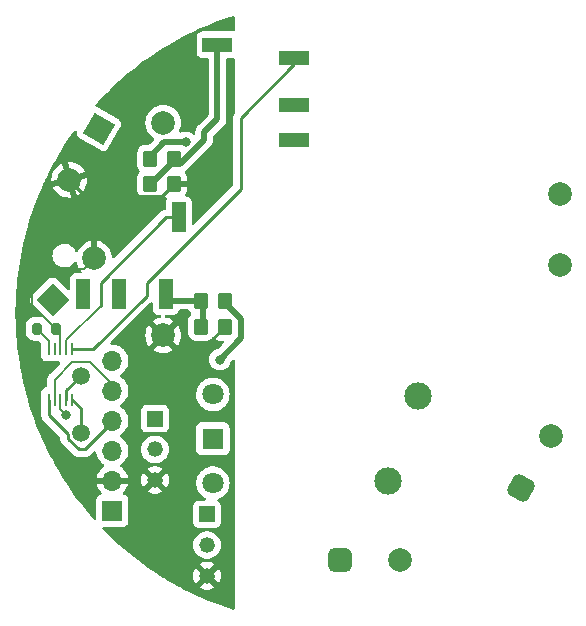
<source format=gbl>
%TF.GenerationSoftware,KiCad,Pcbnew,(7.0.0)*%
%TF.CreationDate,2023-03-27T21:21:58+02:00*%
%TF.ProjectId,220AC-mini-C3-board,32323041-432d-46d6-996e-692d43332d62,rev?*%
%TF.SameCoordinates,Original*%
%TF.FileFunction,Copper,L2,Bot*%
%TF.FilePolarity,Positive*%
%FSLAX46Y46*%
G04 Gerber Fmt 4.6, Leading zero omitted, Abs format (unit mm)*
G04 Created by KiCad (PCBNEW (7.0.0)) date 2023-03-27 21:21:58*
%MOMM*%
%LPD*%
G01*
G04 APERTURE LIST*
G04 Aperture macros list*
%AMRoundRect*
0 Rectangle with rounded corners*
0 $1 Rounding radius*
0 $2 $3 $4 $5 $6 $7 $8 $9 X,Y pos of 4 corners*
0 Add a 4 corners polygon primitive as box body*
4,1,4,$2,$3,$4,$5,$6,$7,$8,$9,$2,$3,0*
0 Add four circle primitives for the rounded corners*
1,1,$1+$1,$2,$3*
1,1,$1+$1,$4,$5*
1,1,$1+$1,$6,$7*
1,1,$1+$1,$8,$9*
0 Add four rect primitives between the rounded corners*
20,1,$1+$1,$2,$3,$4,$5,0*
20,1,$1+$1,$4,$5,$6,$7,0*
20,1,$1+$1,$6,$7,$8,$9,0*
20,1,$1+$1,$8,$9,$2,$3,0*%
%AMRotRect*
0 Rectangle, with rotation*
0 The origin of the aperture is its center*
0 $1 length*
0 $2 width*
0 $3 Rotation angle, in degrees counterclockwise*
0 Add horizontal line*
21,1,$1,$2,0,0,$3*%
G04 Aperture macros list end*
%TA.AperFunction,ComponentPad*%
%ADD10R,1.320800X1.320800*%
%TD*%
%TA.AperFunction,ComponentPad*%
%ADD11C,1.320800*%
%TD*%
%TA.AperFunction,ComponentPad*%
%ADD12RoundRect,0.500000X-0.500000X-0.500000X0.500000X-0.500000X0.500000X0.500000X-0.500000X0.500000X0*%
%TD*%
%TA.AperFunction,ComponentPad*%
%ADD13C,2.000000*%
%TD*%
%TA.AperFunction,ComponentPad*%
%ADD14RoundRect,0.500000X0.183013X-0.683013X0.683013X0.183013X-0.183013X0.683013X-0.683013X-0.183013X0*%
%TD*%
%TA.AperFunction,ComponentPad*%
%ADD15C,1.803400*%
%TD*%
%TA.AperFunction,ComponentPad*%
%ADD16R,1.803400X1.803400*%
%TD*%
%TA.AperFunction,ComponentPad*%
%ADD17C,2.311400*%
%TD*%
%TA.AperFunction,ComponentPad*%
%ADD18RotRect,2.000000X2.000000X240.000000*%
%TD*%
%TA.AperFunction,ComponentPad*%
%ADD19RotRect,2.000000X2.000000X45.000000*%
%TD*%
%TA.AperFunction,ComponentPad*%
%ADD20R,1.700000X1.700000*%
%TD*%
%TA.AperFunction,ComponentPad*%
%ADD21O,1.700000X1.700000*%
%TD*%
%TA.AperFunction,SMDPad,CuDef*%
%ADD22C,1.500000*%
%TD*%
%TA.AperFunction,SMDPad,CuDef*%
%ADD23RoundRect,0.250000X0.350000X0.450000X-0.350000X0.450000X-0.350000X-0.450000X0.350000X-0.450000X0*%
%TD*%
%TA.AperFunction,SMDPad,CuDef*%
%ADD24R,1.200000X2.500000*%
%TD*%
%TA.AperFunction,SMDPad,CuDef*%
%ADD25RoundRect,0.200000X-0.200000X-0.275000X0.200000X-0.275000X0.200000X0.275000X-0.200000X0.275000X0*%
%TD*%
%TA.AperFunction,SMDPad,CuDef*%
%ADD26RoundRect,0.250000X-0.350000X-0.450000X0.350000X-0.450000X0.350000X0.450000X-0.350000X0.450000X0*%
%TD*%
%TA.AperFunction,SMDPad,CuDef*%
%ADD27R,0.250000X1.100000*%
%TD*%
%TA.AperFunction,SMDPad,CuDef*%
%ADD28R,2.500000X1.200000*%
%TD*%
%TA.AperFunction,ViaPad*%
%ADD29C,0.800000*%
%TD*%
%TA.AperFunction,Conductor*%
%ADD30C,0.250000*%
%TD*%
%TA.AperFunction,Conductor*%
%ADD31C,0.200000*%
%TD*%
%TA.AperFunction,Conductor*%
%ADD32C,0.500000*%
%TD*%
G04 APERTURE END LIST*
D10*
%TO.P,Q1,1,C*%
%TO.N,Net-(D1-A)*%
X126413549Y-102399999D03*
D11*
%TO.P,Q1,2,B*%
%TO.N,Net-(Q1-B)*%
X126413550Y-105000000D03*
%TO.P,Q1,3,E*%
%TO.N,GND*%
X126413550Y-107600000D03*
%TD*%
D12*
%TO.P,J2,1,Pin_1*%
%TO.N,Net-(J2-Pin_1)*%
X137710000Y-106250000D03*
D13*
%TO.P,J2,2,Pin_2*%
%TO.N,Net-(J2-Pin_2)*%
X142790000Y-106250000D03*
%TD*%
D14*
%TO.P,J1,1,Pin_1*%
%TO.N,/AC (N)*%
X152960000Y-100149410D03*
D13*
%TO.P,J1,2,Pin_2*%
%TO.N,/AC (L)*%
X155500000Y-95750000D03*
%TD*%
D10*
%TO.P,Q2,1,C*%
%TO.N,Net-(D2-A)*%
X121999999Y-94299999D03*
D11*
%TO.P,Q2,2,B*%
%TO.N,Net-(Q2-B)*%
X122000000Y-96900000D03*
%TO.P,Q2,3,E*%
%TO.N,GND*%
X122000000Y-99500000D03*
%TD*%
D15*
%TO.P,K1,1*%
%TO.N,Net-(D1-A)*%
X126903500Y-99750000D03*
D16*
%TO.P,K1,2*%
%TO.N,+3V3*%
X126903499Y-95999999D03*
D15*
%TO.P,K1,3*%
%TO.N,Net-(D2-A)*%
X126903500Y-92250000D03*
D17*
%TO.P,K1,4*%
%TO.N,Net-(J2-Pin_1)*%
X144236500Y-92400000D03*
%TO.P,K1,5*%
%TO.N,Net-(J2-Pin_2)*%
X141696500Y-99600000D03*
%TD*%
D18*
%TO.P,C2,1*%
%TO.N,Net-(PS1-+Vout)*%
X117249999Y-69749999D03*
D13*
%TO.P,C2,2*%
%TO.N,GND*%
X114750000Y-74080127D03*
%TD*%
D19*
%TO.P,C1,1*%
%TO.N,+3V3*%
X113328545Y-84267766D03*
D13*
%TO.P,C1,2*%
%TO.N,GND*%
X116864080Y-80732233D03*
%TD*%
D20*
%TO.P,J4,1,Pin_1*%
%TO.N,+3V3*%
X118389199Y-102081699D03*
D21*
%TO.P,J4,2,Pin_2*%
%TO.N,GND*%
X118389199Y-99541699D03*
%TO.P,J4,3,Pin_3*%
%TO.N,/RELAIS_ON*%
X118389199Y-97001699D03*
%TO.P,J4,4,Pin_4*%
%TO.N,/SCL*%
X118389199Y-94461699D03*
%TO.P,J4,5,Pin_5*%
%TO.N,/SDA*%
X118389199Y-91921699D03*
%TO.P,J4,6,Pin_6*%
%TO.N,/RELAIS_OFF*%
X118389199Y-89381699D03*
%TD*%
D13*
%TO.P,PS1,1,AC/L*%
%TO.N,Net-(PS1-AC{slash}L)*%
X156300000Y-81250000D03*
%TO.P,PS1,2,AC/N*%
%TO.N,/AC (N)*%
X156300000Y-75250000D03*
%TO.P,PS1,3,-Vout*%
%TO.N,GND*%
X122700000Y-87250000D03*
%TO.P,PS1,4,+Vout*%
%TO.N,Net-(PS1-+Vout)*%
X122700000Y-69250000D03*
%TD*%
D22*
%TO.P,TP1,1,1*%
%TO.N,Net-(U2-AIN2)*%
X115700000Y-95550000D03*
%TD*%
D23*
%TO.P,R6,1*%
%TO.N,GND*%
X127900000Y-86500000D03*
%TO.P,R6,2*%
%TO.N,Net-(J3-PadT)*%
X125900000Y-86500000D03*
%TD*%
D24*
%TO.P,J3,R1*%
%TO.N,unconnected-(J3-PadR1)*%
X118924999Y-83749999D03*
%TO.P,J3,R2*%
%TO.N,unconnected-(J3-PadR2)*%
X115924999Y-83749999D03*
%TO.P,J3,S*%
%TO.N,Net-(U2-AIN0)*%
X124024999Y-77249999D03*
%TO.P,J3,T*%
%TO.N,Net-(J3-PadT)*%
X122924999Y-83749999D03*
%TD*%
D25*
%TO.P,R8,1*%
%TO.N,Net-(U2-ADDR)*%
X111975000Y-86700000D03*
%TO.P,R8,2*%
%TO.N,GND*%
X113625000Y-86700000D03*
%TD*%
D26*
%TO.P,R7,1*%
%TO.N,Net-(J3-PadT)*%
X125900000Y-84300000D03*
%TO.P,R7,2*%
%TO.N,+3V3*%
X127900000Y-84300000D03*
%TD*%
D27*
%TO.P,U2,1,ADDR*%
%TO.N,Net-(U2-ADDR)*%
X112999999Y-88399999D03*
%TO.P,U2,2,ALERT/RDY*%
%TO.N,unconnected-(U2-ALERT{slash}RDY-Pad2)*%
X113499999Y-88399999D03*
%TO.P,U2,3,GND*%
%TO.N,GND*%
X113999999Y-88399999D03*
%TO.P,U2,4,AIN0*%
%TO.N,Net-(U2-AIN0)*%
X114499999Y-88399999D03*
%TO.P,U2,5,AIN1*%
%TO.N,Net-(U2-AIN1)*%
X114999999Y-88399999D03*
%TO.P,U2,6,AIN2*%
%TO.N,Net-(U2-AIN2)*%
X114999999Y-92699999D03*
%TO.P,U2,7,AIN3*%
%TO.N,Net-(U2-AIN3)*%
X114499999Y-92699999D03*
%TO.P,U2,8,VDD*%
%TO.N,+3V3*%
X113999999Y-92699999D03*
%TO.P,U2,9,SDA*%
%TO.N,/SDA*%
X113499999Y-92699999D03*
%TO.P,U2,10,SCL*%
%TO.N,/SCL*%
X112999999Y-92699999D03*
%TD*%
D23*
%TO.P,R4,1*%
%TO.N,GND*%
X123600000Y-74400000D03*
%TO.P,R4,2*%
%TO.N,Net-(J6-PadS)*%
X121600000Y-74400000D03*
%TD*%
D22*
%TO.P,TP2,1,1*%
%TO.N,Net-(U2-AIN3)*%
X115700000Y-90700000D03*
%TD*%
D23*
%TO.P,R5,1*%
%TO.N,Net-(J6-PadS)*%
X123600000Y-72300000D03*
%TO.P,R5,2*%
%TO.N,+3V3*%
X121600000Y-72300000D03*
%TD*%
D28*
%TO.P,J6,R1*%
%TO.N,unconnected-(J6-PadR1)*%
X133795112Y-67724790D03*
%TO.P,J6,R2*%
%TO.N,unconnected-(J6-PadR2)*%
X133795112Y-70724790D03*
%TO.P,J6,S*%
%TO.N,Net-(J6-PadS)*%
X127295112Y-62624790D03*
%TO.P,J6,T*%
%TO.N,Net-(U2-AIN1)*%
X133795112Y-63724790D03*
%TD*%
D29*
%TO.N,+3V3*%
X114500000Y-94000000D03*
X124600000Y-70900000D03*
X127500000Y-89300000D03*
%TD*%
D30*
%TO.N,GND*%
X116094873Y-75425000D02*
X114750000Y-74080127D01*
X122575000Y-75425000D02*
X116094873Y-75425000D01*
X123600000Y-74400000D02*
X122575000Y-75425000D01*
X123700000Y-88250000D02*
X122700000Y-87250000D01*
X126150000Y-88250000D02*
X123700000Y-88250000D01*
X127900000Y-86500000D02*
X126150000Y-88250000D01*
%TO.N,/SCL*%
X113000000Y-94000000D02*
X113000000Y-92700000D01*
X114625000Y-95625000D02*
X113000000Y-94000000D01*
X114625000Y-95995280D02*
X114625000Y-95625000D01*
X118389200Y-94610800D02*
X116100000Y-96900000D01*
X118389200Y-94461700D02*
X118389200Y-94610800D01*
X116100000Y-96900000D02*
X115529720Y-96900000D01*
X115529720Y-96900000D02*
X114625000Y-95995280D01*
D31*
%TO.N,GND*%
X111614332Y-84664332D02*
X111614332Y-82885668D01*
X114000000Y-87050000D02*
X113450000Y-86500000D01*
X115996313Y-81600000D02*
X116864080Y-80732233D01*
X114000000Y-88400000D02*
X114000000Y-87050000D01*
X111614332Y-82885668D02*
X112900000Y-81600000D01*
X113450000Y-86500000D02*
X111614332Y-84664332D01*
X112900000Y-81600000D02*
X115996313Y-81600000D01*
%TO.N,+3V3*%
X114000000Y-93500000D02*
X114500000Y-94000000D01*
D32*
X121750000Y-71950000D02*
X122800000Y-70900000D01*
X129300000Y-85875000D02*
X129300000Y-87500000D01*
X121750000Y-72700000D02*
X121750000Y-71950000D01*
X127725000Y-84300000D02*
X129300000Y-85875000D01*
D31*
X114000000Y-92700000D02*
X114000000Y-93500000D01*
D32*
X122800000Y-70900000D02*
X124600000Y-70900000D01*
X129300000Y-87500000D02*
X127500000Y-89300000D01*
D31*
%TO.N,/SDA*%
X113500000Y-92700000D02*
X113500000Y-91000000D01*
X116500000Y-89500000D02*
X118389200Y-91389200D01*
X118389200Y-91389200D02*
X118389200Y-91921700D01*
X113500000Y-91000000D02*
X115000000Y-89500000D01*
X115000000Y-89500000D02*
X116500000Y-89500000D01*
%TO.N,Net-(U2-ADDR)*%
X113000000Y-88400000D02*
X113000000Y-87725000D01*
X113000000Y-87725000D02*
X111975000Y-86700000D01*
%TO.N,Net-(U2-AIN0)*%
X117400000Y-84725000D02*
X117400000Y-84600000D01*
X114500000Y-87625000D02*
X117400000Y-84725000D01*
D30*
X117400000Y-84600000D02*
X117400000Y-82775000D01*
X117400000Y-82775000D02*
X122925000Y-77250000D01*
D31*
X114500000Y-88400000D02*
X114500000Y-87625000D01*
D30*
X117400000Y-84775000D02*
X117400000Y-84600000D01*
X122925000Y-77250000D02*
X124025000Y-77250000D01*
%TO.N,Net-(U2-AIN1)*%
X133795113Y-64304887D02*
X129250000Y-68850000D01*
X116775000Y-88400000D02*
X115000000Y-88400000D01*
X121300000Y-83875000D02*
X116775000Y-88400000D01*
X129250000Y-74850000D02*
X121300000Y-82800000D01*
X129250000Y-68850000D02*
X129250000Y-74850000D01*
X121300000Y-82800000D02*
X121300000Y-83875000D01*
X133795113Y-63724791D02*
X133795113Y-64304887D01*
D32*
%TO.N,Net-(J3-PadT)*%
X123475000Y-84300000D02*
X122925000Y-83750000D01*
X126075000Y-84300000D02*
X126075000Y-86500000D01*
X126075000Y-84300000D02*
X123475000Y-84300000D01*
%TO.N,Net-(J6-PadS)*%
X121775000Y-74400000D02*
X121775000Y-74325000D01*
X121775000Y-74325000D02*
X123400000Y-72700000D01*
X124153942Y-72700000D02*
X126182885Y-70671057D01*
X126182885Y-70671057D02*
X126182885Y-70032550D01*
X126182885Y-70032550D02*
X127295113Y-68920322D01*
X123400000Y-72700000D02*
X124153942Y-72700000D01*
X127295113Y-68920322D02*
X127295113Y-62624791D01*
D30*
%TO.N,Net-(U2-AIN2)*%
X115000000Y-92700000D02*
X115700000Y-93400000D01*
X115700000Y-93400000D02*
X115700000Y-95200000D01*
%TO.N,Net-(U2-AIN3)*%
X114500000Y-91900000D02*
X115700000Y-90700000D01*
X114500000Y-92700000D02*
X114500000Y-91900000D01*
%TD*%
%TA.AperFunction,Conductor*%
%TO.N,GND*%
G36*
X128698738Y-60240061D02*
G01*
X128736457Y-60284673D01*
X128750000Y-60341502D01*
X128750000Y-61392817D01*
X128730801Y-61459671D01*
X128679056Y-61506152D01*
X128610532Y-61518095D01*
X128597101Y-61516651D01*
X128597098Y-61516650D01*
X128593751Y-61516291D01*
X125996475Y-61516291D01*
X125993128Y-61516650D01*
X125993124Y-61516651D01*
X125943745Y-61521959D01*
X125943738Y-61521960D01*
X125935912Y-61522802D01*
X125928536Y-61525552D01*
X125928532Y-61525554D01*
X125807349Y-61570753D01*
X125807343Y-61570756D01*
X125798909Y-61573902D01*
X125791701Y-61579297D01*
X125791695Y-61579301D01*
X125689063Y-61656131D01*
X125689059Y-61656134D01*
X125681852Y-61661530D01*
X125676456Y-61668737D01*
X125676453Y-61668741D01*
X125599623Y-61771373D01*
X125599619Y-61771379D01*
X125594224Y-61778587D01*
X125591078Y-61787021D01*
X125591075Y-61787027D01*
X125545876Y-61908210D01*
X125545874Y-61908214D01*
X125543124Y-61915590D01*
X125542282Y-61923416D01*
X125542281Y-61923423D01*
X125536973Y-61972802D01*
X125536613Y-61976153D01*
X125536613Y-63273429D01*
X125536972Y-63276776D01*
X125536973Y-63276779D01*
X125542281Y-63326158D01*
X125542282Y-63326164D01*
X125543124Y-63333992D01*
X125545875Y-63341369D01*
X125545876Y-63341371D01*
X125591075Y-63462554D01*
X125591077Y-63462557D01*
X125594224Y-63470995D01*
X125599621Y-63478205D01*
X125599623Y-63478208D01*
X125676453Y-63580840D01*
X125681852Y-63588052D01*
X125798909Y-63675680D01*
X125935912Y-63726780D01*
X125996475Y-63733291D01*
X126410613Y-63733291D01*
X126473613Y-63750172D01*
X126519732Y-63796291D01*
X126536613Y-63859291D01*
X126536613Y-68553950D01*
X126527022Y-68602168D01*
X126499708Y-68643046D01*
X125692106Y-69450646D01*
X125678258Y-69462614D01*
X125668112Y-69470168D01*
X125658827Y-69477081D01*
X125654114Y-69482697D01*
X125654105Y-69482706D01*
X125626656Y-69515418D01*
X125619255Y-69523497D01*
X125617907Y-69524845D01*
X125617893Y-69524860D01*
X125615305Y-69527449D01*
X125613034Y-69530320D01*
X125613025Y-69530331D01*
X125595882Y-69552010D01*
X125593573Y-69554844D01*
X125549570Y-69607286D01*
X125549562Y-69607296D01*
X125544853Y-69612910D01*
X125541561Y-69619461D01*
X125539694Y-69622302D01*
X125539452Y-69622637D01*
X125539246Y-69623006D01*
X125537467Y-69625889D01*
X125532918Y-69631644D01*
X125529818Y-69638290D01*
X125529817Y-69638293D01*
X125500888Y-69700330D01*
X125499293Y-69703624D01*
X125468569Y-69764803D01*
X125468566Y-69764809D01*
X125465276Y-69771362D01*
X125463585Y-69778494D01*
X125462428Y-69781674D01*
X125462263Y-69782072D01*
X125462151Y-69782467D01*
X125461079Y-69785700D01*
X125457982Y-69792344D01*
X125456498Y-69799526D01*
X125456496Y-69799535D01*
X125442644Y-69866614D01*
X125441852Y-69870187D01*
X125426077Y-69936750D01*
X125426075Y-69936759D01*
X125424385Y-69943894D01*
X125424385Y-69951230D01*
X125423995Y-69954567D01*
X125423923Y-69955013D01*
X125423905Y-69955426D01*
X125423608Y-69958811D01*
X125422126Y-69965992D01*
X125422339Y-69973318D01*
X125422339Y-69973321D01*
X125424332Y-70041808D01*
X125424385Y-70045473D01*
X125424385Y-70130968D01*
X125411244Y-70186993D01*
X125374563Y-70231332D01*
X125321992Y-70254737D01*
X125264498Y-70252326D01*
X125214672Y-70224931D01*
X125211253Y-70221134D01*
X125056752Y-70108882D01*
X124882288Y-70031206D01*
X124875835Y-70029834D01*
X124875831Y-70029833D01*
X124701943Y-69992872D01*
X124701940Y-69992871D01*
X124695487Y-69991500D01*
X124504513Y-69991500D01*
X124498060Y-69992871D01*
X124498056Y-69992872D01*
X124324168Y-70029833D01*
X124324161Y-70029835D01*
X124317712Y-70031206D01*
X124311687Y-70033888D01*
X124311676Y-70033892D01*
X124227959Y-70071165D01*
X124169457Y-70081849D01*
X124112571Y-70064511D01*
X124069973Y-70023014D01*
X124051153Y-69966601D01*
X124060301Y-69907844D01*
X124139105Y-69717594D01*
X124194535Y-69486711D01*
X124213165Y-69250000D01*
X124194535Y-69013289D01*
X124139105Y-68782406D01*
X124048240Y-68563037D01*
X123924176Y-68360584D01*
X123769969Y-68180031D01*
X123661750Y-68087603D01*
X123593175Y-68029034D01*
X123593171Y-68029031D01*
X123589416Y-68025824D01*
X123386963Y-67901760D01*
X123167594Y-67810895D01*
X123162786Y-67809740D01*
X123162781Y-67809739D01*
X122941523Y-67756620D01*
X122941519Y-67756619D01*
X122936711Y-67755465D01*
X122931785Y-67755077D01*
X122931777Y-67755076D01*
X122704930Y-67737223D01*
X122700000Y-67736835D01*
X122695070Y-67737223D01*
X122468222Y-67755076D01*
X122468212Y-67755077D01*
X122463289Y-67755465D01*
X122458482Y-67756619D01*
X122458476Y-67756620D01*
X122237218Y-67809739D01*
X122237209Y-67809741D01*
X122232406Y-67810895D01*
X122227838Y-67812786D01*
X122227832Y-67812789D01*
X122017611Y-67899865D01*
X122017606Y-67899867D01*
X122013037Y-67901760D01*
X122008817Y-67904345D01*
X122008817Y-67904346D01*
X121814798Y-68023241D01*
X121814792Y-68023245D01*
X121810584Y-68025824D01*
X121806834Y-68029026D01*
X121806824Y-68029034D01*
X121633786Y-68176823D01*
X121633779Y-68176829D01*
X121630031Y-68180031D01*
X121626829Y-68183779D01*
X121626823Y-68183786D01*
X121479034Y-68356824D01*
X121479026Y-68356834D01*
X121475824Y-68360584D01*
X121473245Y-68364792D01*
X121473241Y-68364798D01*
X121389705Y-68501117D01*
X121351760Y-68563037D01*
X121349867Y-68567606D01*
X121349865Y-68567611D01*
X121262789Y-68777832D01*
X121262786Y-68777838D01*
X121260895Y-68782406D01*
X121259741Y-68787209D01*
X121259739Y-68787218D01*
X121209062Y-68998306D01*
X121205465Y-69013289D01*
X121205077Y-69018212D01*
X121205076Y-69018222D01*
X121193080Y-69170650D01*
X121186835Y-69250000D01*
X121187223Y-69254930D01*
X121205076Y-69481777D01*
X121205077Y-69481785D01*
X121205465Y-69486711D01*
X121206619Y-69491519D01*
X121206620Y-69491523D01*
X121259739Y-69712781D01*
X121259740Y-69712786D01*
X121260895Y-69717594D01*
X121262788Y-69722164D01*
X121262789Y-69722167D01*
X121287602Y-69782072D01*
X121351760Y-69936963D01*
X121475824Y-70139416D01*
X121479031Y-70143171D01*
X121479034Y-70143175D01*
X121576480Y-70257269D01*
X121630031Y-70319969D01*
X121810584Y-70474176D01*
X121814797Y-70476758D01*
X121814803Y-70476762D01*
X121886705Y-70520823D01*
X121926990Y-70560324D01*
X121945998Y-70613446D01*
X121939917Y-70669537D01*
X121909966Y-70717351D01*
X121572722Y-71054595D01*
X121531845Y-71081909D01*
X121483627Y-71091500D01*
X121202661Y-71091500D01*
X121202641Y-71091500D01*
X121199456Y-71091501D01*
X121196279Y-71091825D01*
X121196270Y-71091826D01*
X121102411Y-71101414D01*
X121102405Y-71101415D01*
X121095574Y-71102113D01*
X121089058Y-71104271D01*
X121089049Y-71104274D01*
X120934225Y-71155577D01*
X120934219Y-71155579D01*
X120927262Y-71157885D01*
X120921026Y-71161730D01*
X120921018Y-71161735D01*
X120782595Y-71247116D01*
X120782590Y-71247119D01*
X120776348Y-71250970D01*
X120771158Y-71256159D01*
X120771154Y-71256163D01*
X120656163Y-71371154D01*
X120656159Y-71371158D01*
X120650970Y-71376348D01*
X120647119Y-71382590D01*
X120647116Y-71382595D01*
X120561735Y-71521018D01*
X120561730Y-71521026D01*
X120557885Y-71527262D01*
X120555579Y-71534219D01*
X120555577Y-71534225D01*
X120523971Y-71629609D01*
X120502113Y-71695574D01*
X120491500Y-71799455D01*
X120491500Y-71802659D01*
X120491500Y-71802660D01*
X120491500Y-72797338D01*
X120491500Y-72797357D01*
X120491501Y-72800544D01*
X120491825Y-72803721D01*
X120491826Y-72803729D01*
X120497530Y-72859569D01*
X120502113Y-72904426D01*
X120504272Y-72910943D01*
X120504274Y-72910950D01*
X120536203Y-73007305D01*
X120557885Y-73072738D01*
X120561732Y-73078976D01*
X120561735Y-73078981D01*
X120628513Y-73187244D01*
X120650970Y-73223652D01*
X120656163Y-73228845D01*
X120688223Y-73260905D01*
X120720835Y-73317389D01*
X120720835Y-73382611D01*
X120688223Y-73439095D01*
X120656163Y-73471154D01*
X120656159Y-73471158D01*
X120650970Y-73476348D01*
X120647119Y-73482590D01*
X120647116Y-73482595D01*
X120561735Y-73621018D01*
X120561730Y-73621026D01*
X120557885Y-73627262D01*
X120555579Y-73634219D01*
X120555577Y-73634225D01*
X120504275Y-73789048D01*
X120502113Y-73795574D01*
X120501414Y-73802408D01*
X120501414Y-73802412D01*
X120491825Y-73896270D01*
X120491500Y-73899455D01*
X120491500Y-73902659D01*
X120491500Y-73902660D01*
X120491500Y-74897338D01*
X120491500Y-74897357D01*
X120491501Y-74900544D01*
X120491825Y-74903721D01*
X120491826Y-74903729D01*
X120499475Y-74978610D01*
X120502113Y-75004426D01*
X120504272Y-75010943D01*
X120504274Y-75010950D01*
X120555577Y-75165774D01*
X120557885Y-75172738D01*
X120561732Y-75178976D01*
X120561735Y-75178981D01*
X120647116Y-75317404D01*
X120650970Y-75323652D01*
X120776348Y-75449030D01*
X120782596Y-75452883D01*
X120782595Y-75452883D01*
X120921018Y-75538264D01*
X120921020Y-75538265D01*
X120927262Y-75542115D01*
X121095574Y-75597887D01*
X121199455Y-75608500D01*
X122000544Y-75608499D01*
X122104426Y-75597887D01*
X122272738Y-75542115D01*
X122423652Y-75449030D01*
X122511259Y-75361422D01*
X122567743Y-75328811D01*
X122632965Y-75328811D01*
X122689449Y-75361423D01*
X122771467Y-75443441D01*
X122782908Y-75452488D01*
X122921227Y-75537804D01*
X122939715Y-75546425D01*
X122983627Y-75580396D01*
X123008675Y-75629943D01*
X123009997Y-75685445D01*
X122987337Y-75736128D01*
X122979510Y-75746583D01*
X122979508Y-75746585D01*
X122974111Y-75753796D01*
X122970965Y-75762230D01*
X122970962Y-75762236D01*
X122925763Y-75883419D01*
X122925761Y-75883423D01*
X122923011Y-75890799D01*
X122922169Y-75898625D01*
X122922168Y-75898632D01*
X122916860Y-75948011D01*
X122916500Y-75951362D01*
X122916500Y-75954731D01*
X122916500Y-76498243D01*
X122902760Y-76555460D01*
X122864535Y-76600198D01*
X122824377Y-76616816D01*
X122825107Y-76619327D01*
X122805648Y-76624979D01*
X122786303Y-76628985D01*
X122774072Y-76630530D01*
X122774059Y-76630533D01*
X122766203Y-76631526D01*
X122758839Y-76634441D01*
X122758829Y-76634444D01*
X122725092Y-76647802D01*
X122713865Y-76651646D01*
X122679018Y-76661770D01*
X122679013Y-76661772D01*
X122671407Y-76663982D01*
X122664590Y-76668012D01*
X122664581Y-76668017D01*
X122653960Y-76674298D01*
X122636221Y-76682989D01*
X122624749Y-76687531D01*
X122624746Y-76687532D01*
X122617383Y-76690448D01*
X122610976Y-76695102D01*
X122610972Y-76695105D01*
X122581611Y-76716437D01*
X122571693Y-76722951D01*
X122540465Y-76741419D01*
X122540457Y-76741425D01*
X122533638Y-76745458D01*
X122528036Y-76751058D01*
X122528029Y-76751065D01*
X122519308Y-76759786D01*
X122504287Y-76772615D01*
X122494307Y-76779866D01*
X122494298Y-76779873D01*
X122487893Y-76784528D01*
X122482845Y-76790628D01*
X122482836Y-76790638D01*
X122459700Y-76818604D01*
X122451713Y-76827381D01*
X118582417Y-80696676D01*
X118520325Y-80730654D01*
X118449711Y-80725793D01*
X118392859Y-80683628D01*
X118367710Y-80617466D01*
X118358508Y-80500534D01*
X118356964Y-80490787D01*
X118303863Y-80269606D01*
X118300813Y-80260220D01*
X118213766Y-80050070D01*
X118209285Y-80041275D01*
X118090437Y-79847333D01*
X118084637Y-79839350D01*
X117936901Y-79666374D01*
X117929938Y-79659411D01*
X117756962Y-79511675D01*
X117748979Y-79505875D01*
X117555037Y-79387027D01*
X117546242Y-79382546D01*
X117336087Y-79295497D01*
X117326713Y-79292451D01*
X117131969Y-79245696D01*
X117120621Y-79245585D01*
X117118080Y-79256647D01*
X117118080Y-80860233D01*
X117101199Y-80923233D01*
X117055080Y-80969352D01*
X116992080Y-80986233D01*
X116736080Y-80986233D01*
X116673080Y-80969352D01*
X116626961Y-80923233D01*
X116610080Y-80860233D01*
X116610080Y-79256647D01*
X116607538Y-79245585D01*
X116596190Y-79245696D01*
X116401446Y-79292451D01*
X116392072Y-79295497D01*
X116181917Y-79382546D01*
X116173122Y-79387027D01*
X115979180Y-79505875D01*
X115971197Y-79511675D01*
X115798221Y-79659411D01*
X115791258Y-79666374D01*
X115643522Y-79839350D01*
X115637722Y-79847333D01*
X115518874Y-80041275D01*
X115514393Y-80050070D01*
X115484722Y-80121702D01*
X115449413Y-80169915D01*
X115395861Y-80196436D01*
X115336113Y-80195300D01*
X115283608Y-80166763D01*
X115250156Y-80117244D01*
X115230106Y-80063108D01*
X115227886Y-80057113D01*
X115120252Y-79884429D01*
X114980059Y-79736947D01*
X114813049Y-79620705D01*
X114807175Y-79618184D01*
X114807171Y-79618182D01*
X114631938Y-79542983D01*
X114631935Y-79542982D01*
X114626058Y-79540460D01*
X114619797Y-79539173D01*
X114619793Y-79539172D01*
X114433002Y-79500786D01*
X114432995Y-79500785D01*
X114426741Y-79499500D01*
X114274258Y-79499500D01*
X114271085Y-79499822D01*
X114271078Y-79499823D01*
X114128915Y-79514279D01*
X114128905Y-79514280D01*
X114122562Y-79514926D01*
X114116477Y-79516835D01*
X114116468Y-79516837D01*
X113934503Y-79573929D01*
X113934494Y-79573932D01*
X113928412Y-79575841D01*
X113922835Y-79578936D01*
X113922829Y-79578939D01*
X113756079Y-79671492D01*
X113756069Y-79671498D01*
X113750498Y-79674591D01*
X113745653Y-79678750D01*
X113745652Y-79678751D01*
X113600956Y-79802968D01*
X113600948Y-79802976D01*
X113596105Y-79807134D01*
X113592196Y-79812182D01*
X113592191Y-79812189D01*
X113475465Y-79962986D01*
X113475462Y-79962990D01*
X113471552Y-79968042D01*
X113468740Y-79973774D01*
X113468736Y-79973781D01*
X113384753Y-80144992D01*
X113384749Y-80145001D01*
X113381940Y-80150729D01*
X113380339Y-80156910D01*
X113380339Y-80156912D01*
X113351161Y-80269606D01*
X113330937Y-80347715D01*
X113330613Y-80354087D01*
X113330613Y-80354093D01*
X113320954Y-80544555D01*
X113320954Y-80544560D01*
X113320631Y-80550936D01*
X113321597Y-80557247D01*
X113321598Y-80557249D01*
X113336157Y-80652285D01*
X113351444Y-80752071D01*
X113353661Y-80758059D01*
X113353663Y-80758064D01*
X113410895Y-80912595D01*
X113422114Y-80942887D01*
X113425493Y-80948309D01*
X113425496Y-80948314D01*
X113526364Y-81110143D01*
X113526367Y-81110147D01*
X113529748Y-81115571D01*
X113669941Y-81263053D01*
X113836951Y-81379295D01*
X114023942Y-81459540D01*
X114223259Y-81500500D01*
X114372542Y-81500500D01*
X114375742Y-81500500D01*
X114527438Y-81485074D01*
X114721588Y-81424159D01*
X114899502Y-81325409D01*
X115053895Y-81192866D01*
X115175425Y-81035862D01*
X115231823Y-80994641D01*
X115301516Y-80989799D01*
X115363076Y-81022828D01*
X115397578Y-81083575D01*
X115424293Y-81194850D01*
X115427346Y-81204245D01*
X115514393Y-81414395D01*
X115518874Y-81423190D01*
X115637722Y-81617132D01*
X115643527Y-81625122D01*
X115778940Y-81783670D01*
X115807941Y-81848236D01*
X115797555Y-81918251D01*
X115751060Y-81971619D01*
X115683129Y-81991500D01*
X115276362Y-81991500D01*
X115273015Y-81991859D01*
X115273011Y-81991860D01*
X115223632Y-81997168D01*
X115223625Y-81997169D01*
X115215799Y-81998011D01*
X115208423Y-82000761D01*
X115208419Y-82000763D01*
X115087236Y-82045962D01*
X115087230Y-82045965D01*
X115078796Y-82049111D01*
X115071588Y-82054506D01*
X115071582Y-82054510D01*
X114968950Y-82131340D01*
X114968946Y-82131343D01*
X114961739Y-82136739D01*
X114956343Y-82143946D01*
X114956340Y-82143950D01*
X114879510Y-82246582D01*
X114879506Y-82246588D01*
X114874111Y-82253796D01*
X114870965Y-82262230D01*
X114870962Y-82262236D01*
X114825763Y-82383419D01*
X114825761Y-82383423D01*
X114823011Y-82390799D01*
X114822169Y-82398625D01*
X114822168Y-82398632D01*
X114816860Y-82448011D01*
X114816500Y-82451362D01*
X114816500Y-82454731D01*
X114816500Y-83318189D01*
X114802767Y-83375392D01*
X114764561Y-83420125D01*
X114710211Y-83442638D01*
X114651564Y-83438022D01*
X114601405Y-83407284D01*
X113656110Y-82461989D01*
X113653718Y-82459597D01*
X113606289Y-82421377D01*
X113599129Y-82418107D01*
X113599124Y-82418104D01*
X113481474Y-82364376D01*
X113481473Y-82364375D01*
X113473280Y-82360634D01*
X113328546Y-82339825D01*
X113319629Y-82341107D01*
X113192728Y-82359352D01*
X113192727Y-82359352D01*
X113183812Y-82360634D01*
X113175620Y-82364375D01*
X113175617Y-82364376D01*
X113057967Y-82418104D01*
X113057958Y-82418109D01*
X113050803Y-82421377D01*
X113044671Y-82426318D01*
X113044670Y-82426319D01*
X113017752Y-82448011D01*
X113003374Y-82459597D01*
X113000990Y-82461980D01*
X113000981Y-82461989D01*
X111522768Y-83940202D01*
X111522759Y-83940211D01*
X111520376Y-83942595D01*
X111518260Y-83945220D01*
X111518258Y-83945223D01*
X111487098Y-83983891D01*
X111482156Y-83990024D01*
X111478888Y-83997179D01*
X111478883Y-83997188D01*
X111425155Y-84114838D01*
X111425154Y-84114841D01*
X111421413Y-84123033D01*
X111400604Y-84267767D01*
X111421413Y-84412501D01*
X111425154Y-84420694D01*
X111425155Y-84420695D01*
X111478883Y-84538345D01*
X111478886Y-84538350D01*
X111482156Y-84545510D01*
X111520376Y-84592939D01*
X111522767Y-84595330D01*
X111522768Y-84595331D01*
X112445925Y-85518488D01*
X112478795Y-85575953D01*
X112477996Y-85642150D01*
X112443747Y-85698805D01*
X112385504Y-85730277D01*
X112319345Y-85727878D01*
X112310013Y-85724970D01*
X112310012Y-85724969D01*
X112303649Y-85722987D01*
X112297016Y-85722384D01*
X112297010Y-85722383D01*
X112235114Y-85716758D01*
X112235094Y-85716757D01*
X112232265Y-85716500D01*
X112229403Y-85716500D01*
X111720599Y-85716500D01*
X111720577Y-85716500D01*
X111717736Y-85716501D01*
X111714887Y-85716759D01*
X111714883Y-85716760D01*
X111652988Y-85722383D01*
X111652979Y-85722384D01*
X111646351Y-85722987D01*
X111639993Y-85724968D01*
X111639989Y-85724969D01*
X111489364Y-85771905D01*
X111489360Y-85771906D01*
X111482087Y-85774173D01*
X111475568Y-85778113D01*
X111475563Y-85778116D01*
X111341368Y-85859240D01*
X111341364Y-85859243D01*
X111334845Y-85863184D01*
X111329456Y-85868572D01*
X111329452Y-85868576D01*
X111218576Y-85979452D01*
X111218572Y-85979456D01*
X111213184Y-85984845D01*
X111209243Y-85991364D01*
X111209240Y-85991368D01*
X111128116Y-86125563D01*
X111128113Y-86125568D01*
X111124173Y-86132087D01*
X111121906Y-86139360D01*
X111121905Y-86139364D01*
X111074970Y-86289986D01*
X111072987Y-86296351D01*
X111072384Y-86302981D01*
X111072383Y-86302989D01*
X111066758Y-86364885D01*
X111066757Y-86364906D01*
X111066500Y-86367735D01*
X111066500Y-86370595D01*
X111066500Y-86370596D01*
X111066500Y-87029400D01*
X111066500Y-87029421D01*
X111066501Y-87032264D01*
X111066759Y-87035113D01*
X111066760Y-87035116D01*
X111072383Y-87097011D01*
X111072384Y-87097019D01*
X111072987Y-87103649D01*
X111124173Y-87267913D01*
X111128115Y-87274434D01*
X111128116Y-87274436D01*
X111157429Y-87322925D01*
X111213184Y-87415155D01*
X111334845Y-87536816D01*
X111482087Y-87625827D01*
X111646351Y-87677013D01*
X111717735Y-87683500D01*
X112045760Y-87683499D01*
X112093978Y-87693090D01*
X112134855Y-87720404D01*
X112329595Y-87915144D01*
X112356909Y-87956021D01*
X112366500Y-88004239D01*
X112366500Y-88998638D01*
X112366859Y-89001985D01*
X112366860Y-89001988D01*
X112372168Y-89051367D01*
X112372169Y-89051373D01*
X112373011Y-89059201D01*
X112375762Y-89066578D01*
X112375763Y-89066580D01*
X112420962Y-89187763D01*
X112420964Y-89187766D01*
X112424111Y-89196204D01*
X112429508Y-89203414D01*
X112429510Y-89203417D01*
X112501812Y-89300000D01*
X112511739Y-89313261D01*
X112518950Y-89318659D01*
X112603162Y-89381700D01*
X112628796Y-89400889D01*
X112765799Y-89451989D01*
X112826362Y-89458500D01*
X113170269Y-89458500D01*
X113173638Y-89458500D01*
X113234201Y-89451989D01*
X113234427Y-89454096D01*
X113265572Y-89454093D01*
X113265799Y-89451989D01*
X113326362Y-89458500D01*
X113670269Y-89458500D01*
X113673638Y-89458500D01*
X113734201Y-89451989D01*
X113734400Y-89453840D01*
X113765653Y-89453843D01*
X113765906Y-89451495D01*
X113823061Y-89457640D01*
X113829777Y-89458000D01*
X113877259Y-89458000D01*
X113934462Y-89471733D01*
X113979195Y-89509939D01*
X114001708Y-89564289D01*
X113997092Y-89622936D01*
X113966354Y-89673095D01*
X113103767Y-90535682D01*
X113091380Y-90546546D01*
X113072562Y-90560986D01*
X113072555Y-90560992D01*
X113066013Y-90566013D01*
X113060992Y-90572555D01*
X113060989Y-90572559D01*
X113049753Y-90587202D01*
X113041525Y-90597925D01*
X113041523Y-90597928D01*
X112968476Y-90693124D01*
X112965320Y-90700741D01*
X112965317Y-90700748D01*
X112925713Y-90796362D01*
X112910320Y-90833523D01*
X112910318Y-90833530D01*
X112907162Y-90841150D01*
X112906084Y-90849331D01*
X112906084Y-90849335D01*
X112902275Y-90878267D01*
X112891500Y-90960115D01*
X112891500Y-90960120D01*
X112886250Y-91000000D01*
X112887328Y-91008188D01*
X112890422Y-91031690D01*
X112891500Y-91048136D01*
X112891500Y-91521317D01*
X112876799Y-91580382D01*
X112836125Y-91625663D01*
X112778971Y-91646594D01*
X112765799Y-91648011D01*
X112758423Y-91650761D01*
X112758419Y-91650763D01*
X112637236Y-91695962D01*
X112637230Y-91695965D01*
X112628796Y-91699111D01*
X112621588Y-91704506D01*
X112621582Y-91704510D01*
X112518950Y-91781340D01*
X112518946Y-91781343D01*
X112511739Y-91786739D01*
X112506343Y-91793946D01*
X112506340Y-91793950D01*
X112429510Y-91896582D01*
X112429506Y-91896588D01*
X112424111Y-91903796D01*
X112420965Y-91912230D01*
X112420962Y-91912236D01*
X112375763Y-92033419D01*
X112375761Y-92033423D01*
X112373011Y-92040799D01*
X112372169Y-92048625D01*
X112372168Y-92048632D01*
X112366860Y-92098011D01*
X112366500Y-92101362D01*
X112366500Y-92104731D01*
X112366500Y-93921233D01*
X112365972Y-93932416D01*
X112364298Y-93939909D01*
X112364547Y-93947833D01*
X112364547Y-93947835D01*
X112366438Y-94007986D01*
X112366500Y-94011945D01*
X112366500Y-94039856D01*
X112366995Y-94043774D01*
X112366997Y-94043806D01*
X112367008Y-94043888D01*
X112367937Y-94055697D01*
X112369077Y-94091969D01*
X112369078Y-94091976D01*
X112369327Y-94099889D01*
X112371537Y-94107498D01*
X112371538Y-94107500D01*
X112374978Y-94119342D01*
X112378986Y-94138693D01*
X112381526Y-94158797D01*
X112384444Y-94166169D01*
X112384445Y-94166170D01*
X112397800Y-94199901D01*
X112401645Y-94211130D01*
X112411771Y-94245986D01*
X112411773Y-94245992D01*
X112413982Y-94253593D01*
X112418014Y-94260411D01*
X112418015Y-94260413D01*
X112424293Y-94271029D01*
X112432990Y-94288782D01*
X112440448Y-94307617D01*
X112445107Y-94314030D01*
X112445108Y-94314031D01*
X112466432Y-94343381D01*
X112472948Y-94353301D01*
X112491422Y-94384538D01*
X112495458Y-94391362D01*
X112501062Y-94396966D01*
X112501063Y-94396967D01*
X112509778Y-94405682D01*
X112522618Y-94420715D01*
X112534528Y-94437107D01*
X112557983Y-94456511D01*
X112568598Y-94465292D01*
X112577378Y-94473282D01*
X113952601Y-95848506D01*
X113982054Y-95894911D01*
X113987155Y-95935256D01*
X113989298Y-95935189D01*
X113991438Y-96003266D01*
X113991500Y-96007225D01*
X113991500Y-96035136D01*
X113991995Y-96039054D01*
X113991997Y-96039086D01*
X113992008Y-96039168D01*
X113992937Y-96050977D01*
X113994077Y-96087249D01*
X113994078Y-96087256D01*
X113994327Y-96095169D01*
X113996537Y-96102778D01*
X113996538Y-96102780D01*
X113999978Y-96114622D01*
X114003986Y-96133973D01*
X114006526Y-96154077D01*
X114009444Y-96161449D01*
X114009445Y-96161450D01*
X114022800Y-96195181D01*
X114026645Y-96206410D01*
X114036771Y-96241266D01*
X114036773Y-96241272D01*
X114038982Y-96248873D01*
X114043014Y-96255691D01*
X114043015Y-96255693D01*
X114049293Y-96266309D01*
X114057990Y-96284062D01*
X114065448Y-96302897D01*
X114070107Y-96309310D01*
X114070108Y-96309311D01*
X114091432Y-96338661D01*
X114097948Y-96348581D01*
X114111792Y-96371989D01*
X114120458Y-96386642D01*
X114126063Y-96392247D01*
X114134778Y-96400962D01*
X114147618Y-96415995D01*
X114159528Y-96432387D01*
X114165635Y-96437439D01*
X114165636Y-96437440D01*
X114193598Y-96460572D01*
X114202378Y-96468562D01*
X115026062Y-97292246D01*
X115033604Y-97300533D01*
X115037720Y-97307018D01*
X115043499Y-97312444D01*
X115043500Y-97312446D01*
X115087387Y-97353658D01*
X115090228Y-97356412D01*
X115109950Y-97376134D01*
X115113134Y-97378604D01*
X115122157Y-97386309D01*
X115154399Y-97416586D01*
X115161348Y-97420406D01*
X115172149Y-97426344D01*
X115188679Y-97437202D01*
X115198414Y-97444754D01*
X115198417Y-97444756D01*
X115204679Y-97449613D01*
X115245256Y-97467172D01*
X115255891Y-97472381D01*
X115294660Y-97493695D01*
X115314286Y-97498734D01*
X115332979Y-97505134D01*
X115351575Y-97513181D01*
X115359406Y-97514421D01*
X115359409Y-97514422D01*
X115375848Y-97517025D01*
X115395245Y-97520097D01*
X115406845Y-97522498D01*
X115449690Y-97533500D01*
X115469944Y-97533500D01*
X115489654Y-97535050D01*
X115509663Y-97538220D01*
X115553681Y-97534058D01*
X115565539Y-97533500D01*
X116021233Y-97533500D01*
X116032416Y-97534027D01*
X116039909Y-97535702D01*
X116107985Y-97533562D01*
X116111945Y-97533500D01*
X116135894Y-97533500D01*
X116139856Y-97533500D01*
X116143856Y-97532994D01*
X116155699Y-97532061D01*
X116199889Y-97530673D01*
X116219333Y-97525023D01*
X116238702Y-97521012D01*
X116258797Y-97518474D01*
X116299915Y-97502193D01*
X116311117Y-97498357D01*
X116353593Y-97486018D01*
X116371039Y-97475699D01*
X116388769Y-97467013D01*
X116407617Y-97459552D01*
X116443387Y-97433561D01*
X116453298Y-97427051D01*
X116491362Y-97404542D01*
X116505688Y-97390215D01*
X116520717Y-97377378D01*
X116537107Y-97365472D01*
X116565294Y-97331397D01*
X116573272Y-97322630D01*
X116823740Y-97072162D01*
X116885703Y-97038215D01*
X116956199Y-97042957D01*
X117013059Y-97084899D01*
X117038403Y-97150853D01*
X117038756Y-97155117D01*
X117044636Y-97226068D01*
X117065135Y-97307018D01*
X117094997Y-97424941D01*
X117099904Y-97444316D01*
X117101997Y-97449089D01*
X117101999Y-97449093D01*
X117141094Y-97538220D01*
X117190340Y-97650491D01*
X117313478Y-97838968D01*
X117317006Y-97842800D01*
X117462427Y-98000769D01*
X117462431Y-98000773D01*
X117465960Y-98004606D01*
X117643624Y-98142889D01*
X117648200Y-98145365D01*
X117648204Y-98145368D01*
X117658782Y-98151092D01*
X117677405Y-98161170D01*
X117725676Y-98207484D01*
X117743437Y-98271981D01*
X117725679Y-98336479D01*
X117677409Y-98382796D01*
X117648485Y-98398449D01*
X117639788Y-98404131D01*
X117470411Y-98535962D01*
X117462767Y-98542999D01*
X117317410Y-98700900D01*
X117311022Y-98709106D01*
X117193631Y-98888786D01*
X117188688Y-98897921D01*
X117102470Y-99094476D01*
X117099100Y-99104291D01*
X117056186Y-99273756D01*
X117055951Y-99285134D01*
X117067040Y-99287700D01*
X119711360Y-99287700D01*
X119722448Y-99285134D01*
X119722213Y-99273756D01*
X119679299Y-99104291D01*
X119675929Y-99094476D01*
X119589711Y-98897921D01*
X119584768Y-98888786D01*
X119467377Y-98709106D01*
X119460989Y-98700900D01*
X119315632Y-98542999D01*
X119307988Y-98535962D01*
X119280259Y-98514380D01*
X121377171Y-98514380D01*
X121383196Y-98523986D01*
X121988270Y-99129060D01*
X121999999Y-99135832D01*
X122011730Y-99129059D01*
X122616802Y-98523986D01*
X122622827Y-98514379D01*
X122614763Y-98506408D01*
X122527984Y-98452676D01*
X122517599Y-98447505D01*
X122326551Y-98373492D01*
X122315393Y-98370317D01*
X122113994Y-98332670D01*
X122102440Y-98331600D01*
X121897560Y-98331600D01*
X121886005Y-98332670D01*
X121684606Y-98370317D01*
X121673448Y-98373492D01*
X121482406Y-98447503D01*
X121472007Y-98452681D01*
X121385237Y-98506407D01*
X121377171Y-98514380D01*
X119280259Y-98514380D01*
X119138611Y-98404131D01*
X119129913Y-98398449D01*
X119100992Y-98382797D01*
X119052720Y-98336480D01*
X119034962Y-98271981D01*
X119052723Y-98207484D01*
X119100991Y-98161172D01*
X119134776Y-98142889D01*
X119312440Y-98004606D01*
X119464922Y-97838968D01*
X119588060Y-97650491D01*
X119678496Y-97444316D01*
X119733764Y-97226068D01*
X119752356Y-97001700D01*
X119743929Y-96900000D01*
X120826092Y-96900000D01*
X120826629Y-96905795D01*
X120845542Y-97109907D01*
X120845543Y-97109914D01*
X120846080Y-97115705D01*
X120847673Y-97121306D01*
X120847674Y-97121308D01*
X120876002Y-97220872D01*
X120905363Y-97324064D01*
X120945431Y-97404531D01*
X120994062Y-97502197D01*
X121001923Y-97517983D01*
X121005431Y-97522629D01*
X121005434Y-97522633D01*
X121128959Y-97686206D01*
X121128963Y-97686210D01*
X121132472Y-97690857D01*
X121292562Y-97836799D01*
X121297516Y-97839866D01*
X121297517Y-97839867D01*
X121471793Y-97947774D01*
X121471797Y-97947776D01*
X121476744Y-97950839D01*
X121482174Y-97952942D01*
X121482175Y-97952943D01*
X121605627Y-98000769D01*
X121678745Y-98029095D01*
X121891685Y-98068900D01*
X122102487Y-98068900D01*
X122108315Y-98068900D01*
X122321255Y-98029095D01*
X122523256Y-97950839D01*
X122707438Y-97836799D01*
X122867528Y-97690857D01*
X122998077Y-97517983D01*
X123094637Y-97324064D01*
X123153920Y-97115705D01*
X123169244Y-96950338D01*
X125493300Y-96950338D01*
X125493659Y-96953685D01*
X125493660Y-96953688D01*
X125498968Y-97003067D01*
X125498969Y-97003073D01*
X125499811Y-97010901D01*
X125502562Y-97018278D01*
X125502563Y-97018280D01*
X125547762Y-97139463D01*
X125547764Y-97139466D01*
X125550911Y-97147904D01*
X125556308Y-97155114D01*
X125556310Y-97155117D01*
X125633140Y-97257749D01*
X125638539Y-97264961D01*
X125645750Y-97270359D01*
X125727293Y-97331402D01*
X125755596Y-97352589D01*
X125892599Y-97403689D01*
X125953162Y-97410200D01*
X127850469Y-97410200D01*
X127853838Y-97410200D01*
X127914401Y-97403689D01*
X128051404Y-97352589D01*
X128168461Y-97264961D01*
X128256089Y-97147904D01*
X128307189Y-97010901D01*
X128313700Y-96950338D01*
X128313700Y-95049662D01*
X128307189Y-94989099D01*
X128256089Y-94852096D01*
X128168461Y-94735039D01*
X128161249Y-94729640D01*
X128058617Y-94652810D01*
X128058614Y-94652808D01*
X128051404Y-94647411D01*
X128042966Y-94644264D01*
X128042963Y-94644262D01*
X127921780Y-94599063D01*
X127921778Y-94599062D01*
X127914401Y-94596311D01*
X127906573Y-94595469D01*
X127906567Y-94595468D01*
X127857188Y-94590160D01*
X127857185Y-94590159D01*
X127853838Y-94589800D01*
X125953162Y-94589800D01*
X125949815Y-94590159D01*
X125949811Y-94590160D01*
X125900432Y-94595468D01*
X125900425Y-94595469D01*
X125892599Y-94596311D01*
X125885223Y-94599061D01*
X125885219Y-94599063D01*
X125764036Y-94644262D01*
X125764030Y-94644265D01*
X125755596Y-94647411D01*
X125748388Y-94652806D01*
X125748382Y-94652810D01*
X125645750Y-94729640D01*
X125645746Y-94729643D01*
X125638539Y-94735039D01*
X125633143Y-94742246D01*
X125633140Y-94742250D01*
X125556310Y-94844882D01*
X125556306Y-94844888D01*
X125550911Y-94852096D01*
X125547765Y-94860530D01*
X125547762Y-94860536D01*
X125502563Y-94981719D01*
X125502561Y-94981723D01*
X125499811Y-94989099D01*
X125498969Y-94996925D01*
X125498968Y-94996932D01*
X125497667Y-95009038D01*
X125493300Y-95049662D01*
X125493300Y-96950338D01*
X123169244Y-96950338D01*
X123173908Y-96900000D01*
X123153920Y-96684295D01*
X123094637Y-96475936D01*
X122998077Y-96282017D01*
X122994565Y-96277366D01*
X122871040Y-96113793D01*
X122871037Y-96113790D01*
X122867528Y-96109143D01*
X122863224Y-96105220D01*
X122863222Y-96105217D01*
X122711745Y-95967127D01*
X122711742Y-95967125D01*
X122707438Y-95963201D01*
X122702484Y-95960134D01*
X122702482Y-95960132D01*
X122528206Y-95852225D01*
X122528198Y-95852221D01*
X122523256Y-95849161D01*
X122517829Y-95847058D01*
X122517824Y-95847056D01*
X122326688Y-95773009D01*
X122326680Y-95773006D01*
X122321255Y-95770905D01*
X122315538Y-95769836D01*
X122315530Y-95769834D01*
X122114041Y-95732170D01*
X122114037Y-95732169D01*
X122108315Y-95731100D01*
X121891685Y-95731100D01*
X121885963Y-95732169D01*
X121885958Y-95732170D01*
X121684469Y-95769834D01*
X121684458Y-95769836D01*
X121678745Y-95770905D01*
X121673322Y-95773005D01*
X121673311Y-95773009D01*
X121482175Y-95847056D01*
X121482165Y-95847060D01*
X121476744Y-95849161D01*
X121471805Y-95852218D01*
X121471793Y-95852225D01*
X121297517Y-95960132D01*
X121297509Y-95960137D01*
X121292562Y-95963201D01*
X121288262Y-95967120D01*
X121288254Y-95967127D01*
X121136777Y-96105217D01*
X121136769Y-96105225D01*
X121132472Y-96109143D01*
X121128967Y-96113783D01*
X121128959Y-96113793D01*
X121005434Y-96277366D01*
X121005428Y-96277375D01*
X121001923Y-96282017D01*
X120999329Y-96287224D01*
X120999326Y-96287231D01*
X120913013Y-96460572D01*
X120905363Y-96475936D01*
X120903768Y-96481538D01*
X120903768Y-96481541D01*
X120895936Y-96509070D01*
X120846080Y-96684295D01*
X120845543Y-96690083D01*
X120845542Y-96690092D01*
X120829989Y-96857948D01*
X120826092Y-96900000D01*
X119743929Y-96900000D01*
X119733764Y-96777332D01*
X119678496Y-96559084D01*
X119588060Y-96352909D01*
X119464922Y-96164432D01*
X119393869Y-96087249D01*
X119315972Y-96002630D01*
X119315967Y-96002625D01*
X119312440Y-95998794D01*
X119134776Y-95860511D01*
X119130197Y-95858033D01*
X119130194Y-95858031D01*
X119101518Y-95842512D01*
X119053247Y-95796194D01*
X119035489Y-95731696D01*
X119053250Y-95667199D01*
X119101521Y-95620885D01*
X119134776Y-95602889D01*
X119312440Y-95464606D01*
X119464922Y-95298968D01*
X119588060Y-95110491D01*
X119632561Y-95009038D01*
X120831100Y-95009038D01*
X120831459Y-95012385D01*
X120831460Y-95012388D01*
X120836768Y-95061767D01*
X120836769Y-95061773D01*
X120837611Y-95069601D01*
X120840362Y-95076978D01*
X120840363Y-95076980D01*
X120885562Y-95198163D01*
X120885564Y-95198166D01*
X120888711Y-95206604D01*
X120894108Y-95213814D01*
X120894110Y-95213817D01*
X120970940Y-95316449D01*
X120976339Y-95323661D01*
X120983550Y-95329059D01*
X121079838Y-95401140D01*
X121093396Y-95411289D01*
X121230399Y-95462389D01*
X121290962Y-95468900D01*
X122705669Y-95468900D01*
X122709038Y-95468900D01*
X122769601Y-95462389D01*
X122906604Y-95411289D01*
X123023661Y-95323661D01*
X123111289Y-95206604D01*
X123162389Y-95069601D01*
X123168900Y-95009038D01*
X123168900Y-93590962D01*
X123162389Y-93530399D01*
X123111289Y-93393396D01*
X123023661Y-93276339D01*
X123016449Y-93270940D01*
X122913817Y-93194110D01*
X122913814Y-93194108D01*
X122906604Y-93188711D01*
X122898166Y-93185564D01*
X122898163Y-93185562D01*
X122776980Y-93140363D01*
X122776978Y-93140362D01*
X122769601Y-93137611D01*
X122761773Y-93136769D01*
X122761767Y-93136768D01*
X122712388Y-93131460D01*
X122712385Y-93131459D01*
X122709038Y-93131100D01*
X121290962Y-93131100D01*
X121287615Y-93131459D01*
X121287611Y-93131460D01*
X121238232Y-93136768D01*
X121238225Y-93136769D01*
X121230399Y-93137611D01*
X121223023Y-93140361D01*
X121223019Y-93140363D01*
X121101836Y-93185562D01*
X121101830Y-93185565D01*
X121093396Y-93188711D01*
X121086188Y-93194106D01*
X121086182Y-93194110D01*
X120983550Y-93270940D01*
X120983546Y-93270943D01*
X120976339Y-93276339D01*
X120970943Y-93283546D01*
X120970940Y-93283550D01*
X120894110Y-93386182D01*
X120894106Y-93386188D01*
X120888711Y-93393396D01*
X120885565Y-93401830D01*
X120885562Y-93401836D01*
X120840363Y-93523019D01*
X120840361Y-93523023D01*
X120837611Y-93530399D01*
X120836769Y-93538225D01*
X120836768Y-93538232D01*
X120831460Y-93587611D01*
X120831100Y-93590962D01*
X120831100Y-95009038D01*
X119632561Y-95009038D01*
X119678496Y-94904316D01*
X119733764Y-94686068D01*
X119752356Y-94461700D01*
X119733764Y-94237332D01*
X119678496Y-94019084D01*
X119588060Y-93812909D01*
X119464922Y-93624432D01*
X119341256Y-93490096D01*
X119315972Y-93462630D01*
X119315967Y-93462625D01*
X119312440Y-93458794D01*
X119134776Y-93320511D01*
X119130202Y-93318036D01*
X119130195Y-93318031D01*
X119101520Y-93302514D01*
X119053248Y-93256198D01*
X119035489Y-93191700D01*
X119053248Y-93127202D01*
X119101520Y-93080886D01*
X119130190Y-93065371D01*
X119134776Y-93062889D01*
X119312440Y-92924606D01*
X119464922Y-92758968D01*
X119588060Y-92570491D01*
X119678496Y-92364316D01*
X119707445Y-92250000D01*
X125488467Y-92250000D01*
X125507766Y-92482907D01*
X125565137Y-92709460D01*
X125659016Y-92923481D01*
X125786840Y-93119131D01*
X125945124Y-93291074D01*
X126129550Y-93434618D01*
X126335088Y-93545849D01*
X126340017Y-93547541D01*
X126340019Y-93547542D01*
X126437570Y-93581031D01*
X126556130Y-93621733D01*
X126786648Y-93660200D01*
X127015144Y-93660200D01*
X127020352Y-93660200D01*
X127250870Y-93621733D01*
X127471912Y-93545849D01*
X127677450Y-93434618D01*
X127861876Y-93291074D01*
X128020160Y-93119131D01*
X128147984Y-92923481D01*
X128241863Y-92709460D01*
X128299234Y-92482907D01*
X128318533Y-92250000D01*
X128299234Y-92017093D01*
X128241863Y-91790540D01*
X128147984Y-91576519D01*
X128020160Y-91380869D01*
X127861876Y-91208926D01*
X127677450Y-91065382D01*
X127471912Y-90954151D01*
X127466988Y-90952460D01*
X127466980Y-90952457D01*
X127255797Y-90879958D01*
X127255792Y-90879956D01*
X127250870Y-90878267D01*
X127245736Y-90877410D01*
X127245727Y-90877408D01*
X127025492Y-90840657D01*
X127025483Y-90840656D01*
X127020352Y-90839800D01*
X126786648Y-90839800D01*
X126781517Y-90840656D01*
X126781507Y-90840657D01*
X126561272Y-90877408D01*
X126561261Y-90877410D01*
X126556130Y-90878267D01*
X126551210Y-90879955D01*
X126551202Y-90879958D01*
X126340019Y-90952457D01*
X126340006Y-90952462D01*
X126335088Y-90954151D01*
X126330509Y-90956628D01*
X126330502Y-90956632D01*
X126134132Y-91062902D01*
X126134128Y-91062904D01*
X126129550Y-91065382D01*
X126125444Y-91068577D01*
X126125439Y-91068581D01*
X125993918Y-91170948D01*
X125945124Y-91208926D01*
X125941596Y-91212757D01*
X125941592Y-91212762D01*
X125790374Y-91377029D01*
X125790368Y-91377035D01*
X125786840Y-91380869D01*
X125783991Y-91385228D01*
X125783986Y-91385236D01*
X125663178Y-91570148D01*
X125659016Y-91576519D01*
X125656923Y-91581289D01*
X125656921Y-91581294D01*
X125567230Y-91785767D01*
X125567227Y-91785773D01*
X125565137Y-91790540D01*
X125563859Y-91795584D01*
X125563857Y-91795592D01*
X125522438Y-91959155D01*
X125507766Y-92017093D01*
X125507336Y-92022281D01*
X125507335Y-92022288D01*
X125501340Y-92094639D01*
X125488467Y-92250000D01*
X119707445Y-92250000D01*
X119733764Y-92146068D01*
X119752356Y-91921700D01*
X119733764Y-91697332D01*
X119678496Y-91479084D01*
X119588060Y-91272909D01*
X119464922Y-91084432D01*
X119344989Y-90954151D01*
X119315972Y-90922630D01*
X119315967Y-90922625D01*
X119312440Y-90918794D01*
X119134776Y-90780511D01*
X119130202Y-90778036D01*
X119130195Y-90778031D01*
X119101520Y-90762514D01*
X119053248Y-90716198D01*
X119035489Y-90651700D01*
X119053248Y-90587202D01*
X119101520Y-90540886D01*
X119110577Y-90535985D01*
X119134776Y-90522889D01*
X119312440Y-90384606D01*
X119464922Y-90218968D01*
X119588060Y-90030491D01*
X119678496Y-89824316D01*
X119733764Y-89606068D01*
X119752356Y-89381700D01*
X119733764Y-89157332D01*
X119678496Y-88939084D01*
X119588060Y-88732909D01*
X119464922Y-88544432D01*
X119408019Y-88482619D01*
X121830183Y-88482619D01*
X121838286Y-88490565D01*
X122009044Y-88595206D01*
X122017839Y-88599687D01*
X122227987Y-88686733D01*
X122237373Y-88689783D01*
X122458554Y-88742884D01*
X122468300Y-88744428D01*
X122695070Y-88762275D01*
X122704930Y-88762275D01*
X122931699Y-88744428D01*
X122941445Y-88742884D01*
X123162626Y-88689783D01*
X123172012Y-88686733D01*
X123382162Y-88599686D01*
X123390957Y-88595205D01*
X123561708Y-88490568D01*
X123569814Y-88482619D01*
X123563787Y-88472997D01*
X122711729Y-87620939D01*
X122699999Y-87614167D01*
X122688271Y-87620938D01*
X121836208Y-88473000D01*
X121830183Y-88482619D01*
X119408019Y-88482619D01*
X119360689Y-88431206D01*
X119315972Y-88382630D01*
X119315967Y-88382625D01*
X119312440Y-88378794D01*
X119134776Y-88240511D01*
X119130197Y-88238033D01*
X119130194Y-88238031D01*
X118941359Y-88135839D01*
X118941356Y-88135837D01*
X118936774Y-88133358D01*
X118931850Y-88131667D01*
X118931842Y-88131664D01*
X118728765Y-88061948D01*
X118728759Y-88061946D01*
X118723835Y-88060256D01*
X118718698Y-88059398D01*
X118718695Y-88059398D01*
X118506906Y-88024057D01*
X118506903Y-88024056D01*
X118501769Y-88023200D01*
X118351893Y-88023200D01*
X118294690Y-88009467D01*
X118249957Y-87971261D01*
X118227444Y-87916911D01*
X118232060Y-87858264D01*
X118262798Y-87808105D01*
X118815973Y-87254930D01*
X121187725Y-87254930D01*
X121205571Y-87481699D01*
X121207115Y-87491445D01*
X121260216Y-87712626D01*
X121263266Y-87722012D01*
X121350312Y-87932160D01*
X121354793Y-87940955D01*
X121459433Y-88111712D01*
X121467379Y-88119816D01*
X121476997Y-88113791D01*
X122329059Y-87261730D01*
X122335832Y-87249999D01*
X123064167Y-87249999D01*
X123070939Y-87261729D01*
X123922997Y-88113787D01*
X123932619Y-88119814D01*
X123940568Y-88111708D01*
X124045205Y-87940957D01*
X124049686Y-87932162D01*
X124136733Y-87722012D01*
X124139783Y-87712626D01*
X124192884Y-87491445D01*
X124194428Y-87481699D01*
X124212275Y-87254930D01*
X124212275Y-87245070D01*
X124194428Y-87018300D01*
X124192884Y-87008554D01*
X124139783Y-86787373D01*
X124136733Y-86777987D01*
X124049687Y-86567839D01*
X124045206Y-86559044D01*
X123940565Y-86388286D01*
X123932619Y-86380183D01*
X123923000Y-86386208D01*
X123070938Y-87238271D01*
X123064167Y-87249999D01*
X122335832Y-87249999D01*
X122329060Y-87238270D01*
X121476999Y-86386209D01*
X121467378Y-86380183D01*
X121459433Y-86388285D01*
X121354793Y-86559044D01*
X121350312Y-86567839D01*
X121263266Y-86777987D01*
X121260216Y-86787373D01*
X121207115Y-87008554D01*
X121205571Y-87018300D01*
X121187725Y-87245070D01*
X121187725Y-87254930D01*
X118815973Y-87254930D01*
X121601405Y-84469498D01*
X121651564Y-84438760D01*
X121710211Y-84434144D01*
X121764561Y-84456657D01*
X121802767Y-84501390D01*
X121816500Y-84558593D01*
X121816500Y-85048638D01*
X121816859Y-85051985D01*
X121816860Y-85051988D01*
X121822168Y-85101367D01*
X121822169Y-85101373D01*
X121823011Y-85109201D01*
X121825762Y-85116578D01*
X121825763Y-85116580D01*
X121870962Y-85237763D01*
X121870964Y-85237766D01*
X121874111Y-85246204D01*
X121879508Y-85253414D01*
X121879510Y-85253417D01*
X121932956Y-85324812D01*
X121961739Y-85363261D01*
X121968950Y-85368659D01*
X122054379Y-85432611D01*
X122078796Y-85450889D01*
X122215799Y-85501989D01*
X122276362Y-85508500D01*
X122279731Y-85508500D01*
X122429542Y-85508500D01*
X122488209Y-85522992D01*
X122533382Y-85563133D01*
X122554669Y-85619690D01*
X122547173Y-85679654D01*
X122512620Y-85729232D01*
X122458956Y-85757019D01*
X122237373Y-85810216D01*
X122227987Y-85813266D01*
X122017839Y-85900312D01*
X122009044Y-85904793D01*
X121838285Y-86009433D01*
X121830183Y-86017378D01*
X121836209Y-86026999D01*
X122688270Y-86879060D01*
X122699999Y-86885832D01*
X122711730Y-86879059D01*
X123563791Y-86026997D01*
X123569816Y-86017379D01*
X123561712Y-86009433D01*
X123390955Y-85904793D01*
X123382160Y-85900312D01*
X123172012Y-85813266D01*
X123162626Y-85810216D01*
X122941044Y-85757019D01*
X122887380Y-85729232D01*
X122852827Y-85679654D01*
X122845331Y-85619690D01*
X122866618Y-85563133D01*
X122911791Y-85522992D01*
X122970458Y-85508500D01*
X123570269Y-85508500D01*
X123573638Y-85508500D01*
X123634201Y-85501989D01*
X123771204Y-85450889D01*
X123888261Y-85363261D01*
X123975889Y-85246204D01*
X124015327Y-85140465D01*
X124042193Y-85097550D01*
X124083783Y-85068673D01*
X124133383Y-85058500D01*
X124778780Y-85058500D01*
X124840186Y-85074476D01*
X124886020Y-85118352D01*
X124950970Y-85223652D01*
X124956163Y-85228845D01*
X125038223Y-85310905D01*
X125070835Y-85367389D01*
X125070835Y-85432611D01*
X125038223Y-85489095D01*
X124956163Y-85571154D01*
X124956159Y-85571158D01*
X124950970Y-85576348D01*
X124947119Y-85582590D01*
X124947116Y-85582595D01*
X124861735Y-85721018D01*
X124861730Y-85721026D01*
X124857885Y-85727262D01*
X124855579Y-85734219D01*
X124855577Y-85734225D01*
X124804275Y-85889048D01*
X124802113Y-85895574D01*
X124801414Y-85902408D01*
X124801414Y-85902412D01*
X124792326Y-85991368D01*
X124791500Y-85999455D01*
X124791500Y-86002659D01*
X124791500Y-86002660D01*
X124791500Y-86997338D01*
X124791500Y-86997357D01*
X124791501Y-87000544D01*
X124791825Y-87003721D01*
X124791826Y-87003729D01*
X124801355Y-87097011D01*
X124802113Y-87104426D01*
X124804272Y-87110943D01*
X124804274Y-87110950D01*
X124854237Y-87261729D01*
X124857885Y-87272738D01*
X124861732Y-87278976D01*
X124861735Y-87278981D01*
X124904314Y-87348011D01*
X124950970Y-87423652D01*
X125076348Y-87549030D01*
X125104765Y-87566558D01*
X125221018Y-87638264D01*
X125221020Y-87638265D01*
X125227262Y-87642115D01*
X125395574Y-87697887D01*
X125499455Y-87708500D01*
X126300544Y-87708499D01*
X126404426Y-87697887D01*
X126572738Y-87642115D01*
X126723652Y-87549030D01*
X126811259Y-87461422D01*
X126867743Y-87428811D01*
X126932965Y-87428811D01*
X126989449Y-87461423D01*
X127071467Y-87543441D01*
X127082908Y-87552488D01*
X127221232Y-87637807D01*
X127234435Y-87643964D01*
X127389153Y-87695232D01*
X127402511Y-87698092D01*
X127496307Y-87707674D01*
X127502697Y-87708000D01*
X127715128Y-87708000D01*
X127772331Y-87721733D01*
X127817064Y-87759939D01*
X127839577Y-87814289D01*
X127834961Y-87872936D01*
X127804223Y-87923094D01*
X127671849Y-88055469D01*
X127343665Y-88383652D01*
X127314693Y-88405287D01*
X127280769Y-88417802D01*
X127224172Y-88429832D01*
X127224164Y-88429834D01*
X127217712Y-88431206D01*
X127211687Y-88433888D01*
X127211679Y-88433891D01*
X127049278Y-88506197D01*
X127049275Y-88506198D01*
X127043248Y-88508882D01*
X127037907Y-88512762D01*
X127037906Y-88512763D01*
X126894091Y-88617250D01*
X126894083Y-88617256D01*
X126888747Y-88621134D01*
X126884330Y-88626039D01*
X126884325Y-88626044D01*
X126765379Y-88758148D01*
X126760960Y-88763056D01*
X126757661Y-88768769D01*
X126757658Y-88768774D01*
X126668777Y-88922721D01*
X126665473Y-88928444D01*
X126663434Y-88934718D01*
X126663430Y-88934728D01*
X126608497Y-89103794D01*
X126608495Y-89103801D01*
X126606458Y-89110072D01*
X126605768Y-89116633D01*
X126605768Y-89116635D01*
X126601491Y-89157332D01*
X126586496Y-89300000D01*
X126587186Y-89306565D01*
X126602418Y-89451495D01*
X126606458Y-89489928D01*
X126608495Y-89496200D01*
X126608497Y-89496205D01*
X126663430Y-89665271D01*
X126663433Y-89665278D01*
X126665473Y-89671556D01*
X126760960Y-89836944D01*
X126888747Y-89978866D01*
X127043248Y-90091118D01*
X127217712Y-90168794D01*
X127404513Y-90208500D01*
X127588884Y-90208500D01*
X127595487Y-90208500D01*
X127782288Y-90168794D01*
X127956752Y-90091118D01*
X128111253Y-89978866D01*
X128239040Y-89836944D01*
X128334527Y-89671556D01*
X128389388Y-89502709D01*
X128420121Y-89452558D01*
X128534907Y-89337772D01*
X128585064Y-89307037D01*
X128643711Y-89302421D01*
X128698061Y-89324934D01*
X128736267Y-89369667D01*
X128750000Y-89426870D01*
X128750000Y-110342999D01*
X128736300Y-110400136D01*
X128698179Y-110444849D01*
X128643928Y-110467413D01*
X128585343Y-110462922D01*
X128262240Y-110358770D01*
X128260162Y-110358081D01*
X127734544Y-110178509D01*
X127731989Y-110177605D01*
X127299310Y-110019315D01*
X127297290Y-110018556D01*
X126778970Y-109818802D01*
X126776424Y-109817789D01*
X126350320Y-109642839D01*
X126348358Y-109642014D01*
X125837966Y-109422311D01*
X125835455Y-109421197D01*
X125741407Y-109378237D01*
X125416680Y-109229908D01*
X125414780Y-109229021D01*
X124913121Y-108989703D01*
X124910606Y-108988469D01*
X124499657Y-108781085D01*
X124497819Y-108780138D01*
X124127591Y-108585618D01*
X125790721Y-108585618D01*
X125798785Y-108593590D01*
X125885565Y-108647323D01*
X125895950Y-108652494D01*
X126086998Y-108726507D01*
X126098156Y-108729682D01*
X126299555Y-108767329D01*
X126311110Y-108768400D01*
X126515990Y-108768400D01*
X126527544Y-108767329D01*
X126728943Y-108729682D01*
X126740101Y-108726507D01*
X126931150Y-108652494D01*
X126941531Y-108647325D01*
X127028315Y-108593589D01*
X127036377Y-108585619D01*
X127030352Y-108576012D01*
X126425279Y-107970939D01*
X126413549Y-107964167D01*
X126401821Y-107970938D01*
X125796746Y-108576012D01*
X125790721Y-108585618D01*
X124127591Y-108585618D01*
X124005649Y-108521549D01*
X124003157Y-108520204D01*
X123600788Y-108297117D01*
X123599016Y-108296116D01*
X123117014Y-108018601D01*
X123114549Y-108017144D01*
X122772661Y-107809818D01*
X122721292Y-107778667D01*
X122719655Y-107777656D01*
X122446166Y-107605795D01*
X125240681Y-107605795D01*
X125259586Y-107809818D01*
X125261716Y-107821212D01*
X125317787Y-108018282D01*
X125321975Y-108029093D01*
X125413304Y-108212507D01*
X125415754Y-108216462D01*
X125425232Y-108223506D01*
X125437592Y-108216746D01*
X126042609Y-107611730D01*
X126049382Y-107599999D01*
X126777717Y-107599999D01*
X126784489Y-107611729D01*
X127389506Y-108216746D01*
X127401866Y-108223507D01*
X127411345Y-108216463D01*
X127413793Y-108212509D01*
X127505124Y-108029093D01*
X127509312Y-108018282D01*
X127565383Y-107821212D01*
X127567513Y-107809818D01*
X127586419Y-107605795D01*
X127586419Y-107594205D01*
X127567513Y-107390181D01*
X127565383Y-107378787D01*
X127509312Y-107181717D01*
X127505124Y-107170906D01*
X127413796Y-106987495D01*
X127411344Y-106983535D01*
X127401865Y-106976492D01*
X127389507Y-106983251D01*
X126784488Y-107588271D01*
X126777717Y-107599999D01*
X126049382Y-107599999D01*
X126042610Y-107588270D01*
X125437594Y-106983254D01*
X125425232Y-106976492D01*
X125415753Y-106983537D01*
X125413306Y-106987489D01*
X125321975Y-107170906D01*
X125317787Y-107181717D01*
X125261716Y-107378787D01*
X125259586Y-107390181D01*
X125240681Y-107594205D01*
X125240681Y-107605795D01*
X122446166Y-107605795D01*
X122248516Y-107481591D01*
X122246084Y-107480024D01*
X121862655Y-107226612D01*
X121861016Y-107225510D01*
X121401455Y-106911323D01*
X121399061Y-106909645D01*
X121025991Y-106641678D01*
X121024420Y-106640531D01*
X120989173Y-106614380D01*
X125790721Y-106614380D01*
X125796746Y-106623986D01*
X126401820Y-107229060D01*
X126413549Y-107235832D01*
X126425280Y-107229059D01*
X127030352Y-106623986D01*
X127036377Y-106614379D01*
X127028313Y-106606408D01*
X126941534Y-106552676D01*
X126931149Y-106547505D01*
X126740101Y-106473492D01*
X126728943Y-106470317D01*
X126527544Y-106432670D01*
X126515990Y-106431600D01*
X126311110Y-106431600D01*
X126299555Y-106432670D01*
X126098156Y-106470317D01*
X126086998Y-106473492D01*
X125895956Y-106547503D01*
X125885557Y-106552681D01*
X125798787Y-106606407D01*
X125790721Y-106614380D01*
X120989173Y-106614380D01*
X120577168Y-106308699D01*
X120574816Y-106306911D01*
X120212646Y-106024801D01*
X120211145Y-106023614D01*
X119776772Y-105674533D01*
X119774468Y-105672635D01*
X119423797Y-105376878D01*
X119422366Y-105375653D01*
X119001639Y-105009912D01*
X118999387Y-105007907D01*
X118990719Y-105000000D01*
X125239642Y-105000000D01*
X125240179Y-105005795D01*
X125259092Y-105209907D01*
X125259093Y-105209914D01*
X125259630Y-105215705D01*
X125318913Y-105424064D01*
X125415473Y-105617983D01*
X125418981Y-105622629D01*
X125418984Y-105622633D01*
X125542509Y-105786206D01*
X125542513Y-105786210D01*
X125546022Y-105790857D01*
X125550324Y-105794779D01*
X125550327Y-105794782D01*
X125701804Y-105932872D01*
X125706112Y-105936799D01*
X125711066Y-105939866D01*
X125711067Y-105939867D01*
X125885343Y-106047774D01*
X125885347Y-106047776D01*
X125890294Y-106050839D01*
X126092295Y-106129095D01*
X126305235Y-106168900D01*
X126516037Y-106168900D01*
X126521865Y-106168900D01*
X126734805Y-106129095D01*
X126936806Y-106050839D01*
X127120988Y-105936799D01*
X127281078Y-105790857D01*
X127411627Y-105617983D01*
X127508187Y-105424064D01*
X127567470Y-105215705D01*
X127587458Y-105000000D01*
X127567470Y-104784295D01*
X127508187Y-104575936D01*
X127411627Y-104382017D01*
X127361554Y-104315710D01*
X127284590Y-104213793D01*
X127284587Y-104213790D01*
X127281078Y-104209143D01*
X127276774Y-104205220D01*
X127276772Y-104205217D01*
X127125295Y-104067127D01*
X127125292Y-104067125D01*
X127120988Y-104063201D01*
X127116034Y-104060134D01*
X127116032Y-104060132D01*
X126941756Y-103952225D01*
X126941748Y-103952221D01*
X126936806Y-103949161D01*
X126931379Y-103947058D01*
X126931374Y-103947056D01*
X126740238Y-103873009D01*
X126740230Y-103873006D01*
X126734805Y-103870905D01*
X126729088Y-103869836D01*
X126729080Y-103869834D01*
X126527591Y-103832170D01*
X126527587Y-103832169D01*
X126521865Y-103831100D01*
X126305235Y-103831100D01*
X126299513Y-103832169D01*
X126299508Y-103832170D01*
X126098019Y-103869834D01*
X126098008Y-103869836D01*
X126092295Y-103870905D01*
X126086872Y-103873005D01*
X126086861Y-103873009D01*
X125895725Y-103947056D01*
X125895715Y-103947060D01*
X125890294Y-103949161D01*
X125885355Y-103952218D01*
X125885343Y-103952225D01*
X125711067Y-104060132D01*
X125711059Y-104060137D01*
X125706112Y-104063201D01*
X125701812Y-104067120D01*
X125701804Y-104067127D01*
X125550327Y-104205217D01*
X125550319Y-104205225D01*
X125546022Y-104209143D01*
X125542517Y-104213783D01*
X125542509Y-104213793D01*
X125418984Y-104377366D01*
X125418978Y-104377375D01*
X125415473Y-104382017D01*
X125412879Y-104387224D01*
X125412876Y-104387231D01*
X125330290Y-104553088D01*
X125318913Y-104575936D01*
X125259630Y-104784295D01*
X125259093Y-104790083D01*
X125259092Y-104790092D01*
X125249481Y-104893815D01*
X125239642Y-105000000D01*
X118990719Y-105000000D01*
X118660574Y-104698829D01*
X118659215Y-104697570D01*
X118252782Y-104315710D01*
X118250587Y-104313597D01*
X117924321Y-103991856D01*
X117923033Y-103990568D01*
X117592079Y-103654627D01*
X117561774Y-103604419D01*
X117557479Y-103545931D01*
X117580124Y-103491834D01*
X117624803Y-103453848D01*
X117681838Y-103440200D01*
X119284469Y-103440200D01*
X119287838Y-103440200D01*
X119348401Y-103433689D01*
X119485404Y-103382589D01*
X119602461Y-103294961D01*
X119690089Y-103177904D01*
X119715775Y-103109038D01*
X125244650Y-103109038D01*
X125245009Y-103112385D01*
X125245010Y-103112388D01*
X125250318Y-103161767D01*
X125250319Y-103161773D01*
X125251161Y-103169601D01*
X125253912Y-103176978D01*
X125253913Y-103176980D01*
X125299112Y-103298163D01*
X125299114Y-103298166D01*
X125302261Y-103306604D01*
X125307658Y-103313814D01*
X125307660Y-103313817D01*
X125355100Y-103377189D01*
X125389889Y-103423661D01*
X125420248Y-103446388D01*
X125493038Y-103500878D01*
X125506946Y-103511289D01*
X125643949Y-103562389D01*
X125704512Y-103568900D01*
X127119219Y-103568900D01*
X127122588Y-103568900D01*
X127183151Y-103562389D01*
X127320154Y-103511289D01*
X127437211Y-103423661D01*
X127524839Y-103306604D01*
X127575939Y-103169601D01*
X127582450Y-103109038D01*
X127582450Y-101690962D01*
X127575939Y-101630399D01*
X127524839Y-101493396D01*
X127437211Y-101376339D01*
X127429999Y-101370940D01*
X127336090Y-101300640D01*
X127294875Y-101247223D01*
X127287128Y-101180201D01*
X127315069Y-101118790D01*
X127370685Y-101080600D01*
X127471912Y-101045849D01*
X127677450Y-100934618D01*
X127861876Y-100791074D01*
X128020160Y-100619131D01*
X128147984Y-100423481D01*
X128241863Y-100209460D01*
X128299234Y-99982907D01*
X128318533Y-99750000D01*
X128299234Y-99517093D01*
X128241863Y-99290540D01*
X128147984Y-99076519D01*
X128020160Y-98880869D01*
X127861876Y-98708926D01*
X127677450Y-98565382D01*
X127471912Y-98454151D01*
X127466988Y-98452460D01*
X127466980Y-98452457D01*
X127255797Y-98379958D01*
X127255792Y-98379956D01*
X127250870Y-98378267D01*
X127245736Y-98377410D01*
X127245727Y-98377408D01*
X127025492Y-98340657D01*
X127025483Y-98340656D01*
X127020352Y-98339800D01*
X126786648Y-98339800D01*
X126781517Y-98340656D01*
X126781507Y-98340657D01*
X126561272Y-98377408D01*
X126561261Y-98377410D01*
X126556130Y-98378267D01*
X126551210Y-98379955D01*
X126551202Y-98379958D01*
X126340019Y-98452457D01*
X126340006Y-98452462D01*
X126335088Y-98454151D01*
X126330509Y-98456628D01*
X126330502Y-98456632D01*
X126134132Y-98562902D01*
X126134128Y-98562904D01*
X126129550Y-98565382D01*
X126125444Y-98568577D01*
X126125439Y-98568581D01*
X125949235Y-98705726D01*
X125945124Y-98708926D01*
X125941596Y-98712757D01*
X125941592Y-98712762D01*
X125790374Y-98877029D01*
X125790368Y-98877035D01*
X125786840Y-98880869D01*
X125783991Y-98885228D01*
X125783986Y-98885236D01*
X125662683Y-99070906D01*
X125659016Y-99076519D01*
X125656923Y-99081289D01*
X125656921Y-99081294D01*
X125567230Y-99285767D01*
X125567227Y-99285773D01*
X125565137Y-99290540D01*
X125563859Y-99295584D01*
X125563857Y-99295592D01*
X125521841Y-99461511D01*
X125507766Y-99517093D01*
X125507336Y-99522281D01*
X125507335Y-99522288D01*
X125490852Y-99721212D01*
X125488467Y-99750000D01*
X125488897Y-99755189D01*
X125503057Y-99926084D01*
X125507766Y-99982907D01*
X125523130Y-100043579D01*
X125541658Y-100116746D01*
X125565137Y-100209460D01*
X125659016Y-100423481D01*
X125786840Y-100619131D01*
X125945124Y-100791074D01*
X126129550Y-100934618D01*
X126210234Y-100978282D01*
X126239807Y-100994286D01*
X126287542Y-101039710D01*
X126305821Y-101103017D01*
X126289645Y-101166893D01*
X126243438Y-101213870D01*
X126179838Y-101231100D01*
X125704512Y-101231100D01*
X125701165Y-101231459D01*
X125701161Y-101231460D01*
X125651782Y-101236768D01*
X125651775Y-101236769D01*
X125643949Y-101237611D01*
X125636573Y-101240361D01*
X125636569Y-101240363D01*
X125515386Y-101285562D01*
X125515380Y-101285565D01*
X125506946Y-101288711D01*
X125499738Y-101294106D01*
X125499732Y-101294110D01*
X125397100Y-101370940D01*
X125397096Y-101370943D01*
X125389889Y-101376339D01*
X125384493Y-101383546D01*
X125384490Y-101383550D01*
X125307660Y-101486182D01*
X125307656Y-101486188D01*
X125302261Y-101493396D01*
X125299115Y-101501830D01*
X125299112Y-101501836D01*
X125253913Y-101623019D01*
X125253911Y-101623023D01*
X125251161Y-101630399D01*
X125250319Y-101638225D01*
X125250318Y-101638232D01*
X125245010Y-101687611D01*
X125244650Y-101690962D01*
X125244650Y-103109038D01*
X119715775Y-103109038D01*
X119741189Y-103040901D01*
X119747700Y-102980338D01*
X119747700Y-101183062D01*
X119741189Y-101122499D01*
X119690089Y-100985496D01*
X119602461Y-100868439D01*
X119595249Y-100863040D01*
X119492617Y-100786210D01*
X119492614Y-100786208D01*
X119485404Y-100780811D01*
X119476965Y-100777663D01*
X119476957Y-100777659D01*
X119369886Y-100737723D01*
X119319552Y-100703159D01*
X119291378Y-100648989D01*
X119291981Y-100587934D01*
X119321218Y-100534330D01*
X119366060Y-100485618D01*
X121377171Y-100485618D01*
X121385235Y-100493590D01*
X121472015Y-100547323D01*
X121482400Y-100552494D01*
X121673448Y-100626507D01*
X121684606Y-100629682D01*
X121886005Y-100667329D01*
X121897560Y-100668400D01*
X122102440Y-100668400D01*
X122113994Y-100667329D01*
X122315393Y-100629682D01*
X122326551Y-100626507D01*
X122517600Y-100552494D01*
X122527981Y-100547325D01*
X122614765Y-100493589D01*
X122622827Y-100485619D01*
X122616802Y-100476012D01*
X122011729Y-99870939D01*
X121999999Y-99864167D01*
X121988271Y-99870938D01*
X121383196Y-100476012D01*
X121377171Y-100485618D01*
X119366060Y-100485618D01*
X119460994Y-100382492D01*
X119467377Y-100374293D01*
X119584768Y-100194613D01*
X119589711Y-100185478D01*
X119675929Y-99988923D01*
X119679299Y-99979108D01*
X119722213Y-99809643D01*
X119722448Y-99798265D01*
X119711360Y-99795700D01*
X117067040Y-99795700D01*
X117055951Y-99798265D01*
X117056186Y-99809643D01*
X117099100Y-99979108D01*
X117102470Y-99988923D01*
X117188688Y-100185478D01*
X117193631Y-100194613D01*
X117311022Y-100374293D01*
X117317410Y-100382499D01*
X117457181Y-100534331D01*
X117486418Y-100587934D01*
X117487021Y-100648989D01*
X117458847Y-100703159D01*
X117408514Y-100737723D01*
X117301440Y-100777660D01*
X117301431Y-100777664D01*
X117292996Y-100780811D01*
X117285788Y-100786206D01*
X117285782Y-100786210D01*
X117183150Y-100863040D01*
X117183146Y-100863043D01*
X117175939Y-100868439D01*
X117170543Y-100875646D01*
X117170540Y-100875650D01*
X117093710Y-100978282D01*
X117093706Y-100978288D01*
X117088311Y-100985496D01*
X117085165Y-100993930D01*
X117085162Y-100993936D01*
X117039963Y-101115119D01*
X117039961Y-101115123D01*
X117037211Y-101122499D01*
X117036369Y-101130325D01*
X117036368Y-101130332D01*
X117032438Y-101166893D01*
X117030700Y-101183062D01*
X117030700Y-101186431D01*
X117030700Y-102726981D01*
X117016146Y-102785767D01*
X116975846Y-102830973D01*
X116919109Y-102852154D01*
X116859044Y-102844418D01*
X116809527Y-102809552D01*
X116536639Y-102495015D01*
X116535494Y-102493677D01*
X116175218Y-102066501D01*
X116173225Y-102064077D01*
X115887270Y-101707361D01*
X115886305Y-101706141D01*
X115542496Y-101264975D01*
X115540580Y-101262451D01*
X115269011Y-100895298D01*
X115268009Y-100893925D01*
X115091899Y-100648989D01*
X114941340Y-100439588D01*
X114939515Y-100436982D01*
X114927065Y-100418705D01*
X114721190Y-100116463D01*
X114682557Y-100059746D01*
X114681627Y-100058360D01*
X114372579Y-99591481D01*
X114370831Y-99588765D01*
X114318918Y-99505795D01*
X120827131Y-99505795D01*
X120846036Y-99709818D01*
X120848166Y-99721212D01*
X120904237Y-99918282D01*
X120908425Y-99929093D01*
X120999754Y-100112507D01*
X121002204Y-100116462D01*
X121011682Y-100123506D01*
X121024042Y-100116746D01*
X121629059Y-99511730D01*
X121635832Y-99499999D01*
X122364167Y-99499999D01*
X122370939Y-99511729D01*
X122975956Y-100116746D01*
X122988316Y-100123507D01*
X122997795Y-100116463D01*
X123000243Y-100112509D01*
X123091574Y-99929093D01*
X123095762Y-99918282D01*
X123151833Y-99721212D01*
X123153963Y-99709818D01*
X123172869Y-99505795D01*
X123172869Y-99494205D01*
X123153963Y-99290181D01*
X123151833Y-99278787D01*
X123095762Y-99081717D01*
X123091574Y-99070906D01*
X123000246Y-98887495D01*
X122997794Y-98883535D01*
X122988315Y-98876492D01*
X122975957Y-98883251D01*
X122370938Y-99488271D01*
X122364167Y-99499999D01*
X121635832Y-99499999D01*
X121629060Y-99488270D01*
X121024044Y-98883254D01*
X121011682Y-98876492D01*
X121002203Y-98883537D01*
X120999756Y-98887489D01*
X120908425Y-99070906D01*
X120904237Y-99081717D01*
X120848166Y-99278787D01*
X120846036Y-99290181D01*
X120827131Y-99494205D01*
X120827131Y-99505795D01*
X114318918Y-99505795D01*
X114315292Y-99499999D01*
X114128994Y-99202247D01*
X114128220Y-99200993D01*
X113837082Y-98721936D01*
X113835425Y-98719127D01*
X113609114Y-98324055D01*
X113608324Y-98322656D01*
X113552125Y-98221582D01*
X113335673Y-97832289D01*
X113334192Y-97829541D01*
X113123569Y-97426278D01*
X113122882Y-97424941D01*
X112869155Y-96923968D01*
X112867693Y-96920984D01*
X112673206Y-96510471D01*
X112672552Y-96509070D01*
X112622949Y-96400962D01*
X112438141Y-95998178D01*
X112436828Y-95995212D01*
X112258536Y-95577663D01*
X112258122Y-95576677D01*
X112043347Y-95056448D01*
X112042126Y-95053372D01*
X111880456Y-94629879D01*
X111879940Y-94628501D01*
X111830718Y-94494859D01*
X111685326Y-94100104D01*
X111684220Y-94096973D01*
X111539276Y-93667934D01*
X111538904Y-93666810D01*
X111364619Y-93130586D01*
X111363623Y-93127374D01*
X111235699Y-92693816D01*
X111235380Y-92692714D01*
X111081689Y-92149272D01*
X111080824Y-92146044D01*
X110970019Y-91708504D01*
X110969787Y-91707568D01*
X110837021Y-91157840D01*
X110836274Y-91154547D01*
X110742708Y-90713728D01*
X110742530Y-90712867D01*
X110630948Y-90157671D01*
X110630306Y-90154223D01*
X110600824Y-89982749D01*
X110554116Y-89711084D01*
X110553936Y-89710007D01*
X110463782Y-89150278D01*
X110463267Y-89146763D01*
X110450661Y-89051367D01*
X110404453Y-88701699D01*
X110404333Y-88700754D01*
X110335762Y-88137090D01*
X110335389Y-88133606D01*
X110294003Y-87687495D01*
X110293914Y-87686482D01*
X110247098Y-87119743D01*
X110246860Y-87116249D01*
X110222891Y-86669669D01*
X110222848Y-86668783D01*
X110197918Y-86099701D01*
X110197814Y-86096150D01*
X110191237Y-85649970D01*
X110191230Y-85649322D01*
X110188295Y-85078485D01*
X110188329Y-85074997D01*
X110199076Y-84629895D01*
X110199092Y-84629336D01*
X110218246Y-84057782D01*
X110218424Y-84054089D01*
X110246382Y-83611071D01*
X110246455Y-83610007D01*
X110246555Y-83608623D01*
X110287724Y-83038907D01*
X110288039Y-83035288D01*
X110333093Y-82594708D01*
X110333161Y-82594067D01*
X110396640Y-82023380D01*
X110397080Y-82019904D01*
X110459051Y-81582640D01*
X110459128Y-81582111D01*
X110544794Y-81013042D01*
X110545393Y-81009431D01*
X110624054Y-80576346D01*
X110624219Y-80575464D01*
X110625169Y-80570472D01*
X110731995Y-80009126D01*
X110732753Y-80005448D01*
X110827869Y-79577191D01*
X110828077Y-79576277D01*
X110834526Y-79548319D01*
X110957952Y-79013211D01*
X110958857Y-79009545D01*
X111070186Y-78586686D01*
X111070325Y-78586163D01*
X111222338Y-78026757D01*
X111223383Y-78023135D01*
X111350611Y-77606410D01*
X111350696Y-77606134D01*
X111524780Y-77051185D01*
X111525929Y-77047715D01*
X111668662Y-76637968D01*
X111668715Y-76637814D01*
X111864721Y-76088280D01*
X111866082Y-76084647D01*
X112023907Y-75682610D01*
X112241745Y-75139186D01*
X112243234Y-75135635D01*
X112415823Y-74741735D01*
X112428597Y-74713123D01*
X113384207Y-74713123D01*
X113385738Y-74727104D01*
X113400311Y-74762285D01*
X113404795Y-74771085D01*
X113523642Y-74965026D01*
X113529442Y-74973009D01*
X113677178Y-75145985D01*
X113684141Y-75152948D01*
X113857117Y-75300684D01*
X113865100Y-75306484D01*
X114059042Y-75425332D01*
X114067837Y-75429813D01*
X114277987Y-75516860D01*
X114287373Y-75519910D01*
X114508554Y-75573011D01*
X114518300Y-75574555D01*
X114745070Y-75592402D01*
X114754930Y-75592402D01*
X114875591Y-75582905D01*
X114886304Y-75579617D01*
X114885827Y-75568422D01*
X114574687Y-74407233D01*
X114567916Y-74395505D01*
X114554373Y-74395505D01*
X113396227Y-74705828D01*
X113384207Y-74713123D01*
X112428597Y-74713123D01*
X112623856Y-74275753D01*
X115065378Y-74275753D01*
X115375701Y-75433897D01*
X115382996Y-75445919D01*
X115396976Y-75444388D01*
X115432159Y-75429815D01*
X115440958Y-75425331D01*
X115634899Y-75306484D01*
X115642882Y-75300684D01*
X115815858Y-75152948D01*
X115822821Y-75145985D01*
X115970557Y-74973009D01*
X115976357Y-74965026D01*
X116095205Y-74771084D01*
X116099686Y-74762289D01*
X116186733Y-74552139D01*
X116189783Y-74542753D01*
X116242884Y-74321572D01*
X116244428Y-74311826D01*
X116262275Y-74085057D01*
X116262275Y-74075197D01*
X116252778Y-73954534D01*
X116249490Y-73943821D01*
X116238295Y-73944298D01*
X115077106Y-74255438D01*
X115065378Y-74262210D01*
X115065378Y-74275753D01*
X112623856Y-74275753D01*
X112655281Y-74205362D01*
X112656916Y-74201853D01*
X112713600Y-74085057D01*
X113237725Y-74085057D01*
X113247220Y-74205717D01*
X113250509Y-74216431D01*
X113261703Y-74215954D01*
X114422892Y-73904814D01*
X114434621Y-73898043D01*
X114434621Y-73884500D01*
X114124297Y-72726354D01*
X114117002Y-72714334D01*
X114103022Y-72715865D01*
X114067837Y-72730439D01*
X114059042Y-72734921D01*
X113865100Y-72853769D01*
X113857117Y-72859569D01*
X113684141Y-73007305D01*
X113677178Y-73014268D01*
X113529442Y-73187244D01*
X113523642Y-73195227D01*
X113404794Y-73389169D01*
X113400313Y-73397964D01*
X113313266Y-73608114D01*
X113310216Y-73617500D01*
X113257115Y-73838681D01*
X113255571Y-73848427D01*
X113237725Y-74075197D01*
X113237725Y-74085057D01*
X112713600Y-74085057D01*
X112843674Y-73817045D01*
X113104650Y-73288343D01*
X113106470Y-73284800D01*
X113306931Y-72909631D01*
X113307039Y-72909431D01*
X113485453Y-72580636D01*
X114613694Y-72580636D01*
X114614171Y-72591830D01*
X114925311Y-73753019D01*
X114932083Y-73764748D01*
X114945626Y-73764748D01*
X116103771Y-73454424D01*
X116115792Y-73447129D01*
X116114261Y-73433150D01*
X116099686Y-73397964D01*
X116095205Y-73389169D01*
X115976357Y-73195227D01*
X115970557Y-73187244D01*
X115822821Y-73014268D01*
X115815858Y-73007305D01*
X115642882Y-72859569D01*
X115634899Y-72853769D01*
X115440957Y-72734921D01*
X115432162Y-72730440D01*
X115222012Y-72643393D01*
X115212626Y-72640343D01*
X114991445Y-72587242D01*
X114981699Y-72585698D01*
X114754930Y-72567852D01*
X114745070Y-72567852D01*
X114624408Y-72577347D01*
X114613694Y-72580636D01*
X113485453Y-72580636D01*
X113589263Y-72389326D01*
X113591169Y-72385943D01*
X113804814Y-72020980D01*
X114108347Y-71509760D01*
X114110387Y-71506448D01*
X114336453Y-71152577D01*
X114661055Y-70651072D01*
X114663303Y-70647721D01*
X114901256Y-70305351D01*
X114901479Y-70305032D01*
X115153869Y-69946278D01*
X115205690Y-69903665D01*
X115272042Y-69893692D01*
X115334105Y-69919191D01*
X115374280Y-69972932D01*
X115381174Y-70039674D01*
X115370391Y-70103800D01*
X115371460Y-70112741D01*
X115371460Y-70112746D01*
X115386681Y-70240043D01*
X115387751Y-70248988D01*
X115445311Y-70383405D01*
X115538409Y-70496160D01*
X115587603Y-70532080D01*
X117403897Y-71580718D01*
X117459602Y-71605361D01*
X117603800Y-71629609D01*
X117748988Y-71612249D01*
X117883405Y-71554689D01*
X117996160Y-71461591D01*
X118032080Y-71412397D01*
X119080718Y-69596103D01*
X119105361Y-69540398D01*
X119129609Y-69396200D01*
X119112249Y-69251012D01*
X119054689Y-69116595D01*
X118961591Y-69003840D01*
X118955224Y-68999191D01*
X118955222Y-68999189D01*
X118915132Y-68969917D01*
X118915131Y-68969916D01*
X118912397Y-68967920D01*
X118909465Y-68966227D01*
X117099029Y-67920971D01*
X117099024Y-67920968D01*
X117096103Y-67919282D01*
X117062340Y-67904346D01*
X117047609Y-67897829D01*
X117047608Y-67897828D01*
X117040398Y-67894639D01*
X117034099Y-67893579D01*
X116981136Y-67861646D01*
X116949699Y-67807515D01*
X116948191Y-67744936D01*
X116976984Y-67689353D01*
X117191669Y-67448977D01*
X117194510Y-67445903D01*
X117471789Y-67155857D01*
X117899421Y-66712760D01*
X117902374Y-66709802D01*
X118187488Y-66433881D01*
X118635257Y-66004432D01*
X118638292Y-66001619D01*
X118929832Y-65740646D01*
X119397943Y-65325186D01*
X119401084Y-65322494D01*
X119697740Y-65077028D01*
X120186330Y-64676040D01*
X120189672Y-64673393D01*
X120490170Y-64443828D01*
X120999341Y-64057877D01*
X121002794Y-64055354D01*
X121305294Y-63842357D01*
X121835660Y-63471704D01*
X121839261Y-63469281D01*
X122142096Y-63273199D01*
X122694131Y-62918332D01*
X122697779Y-62916078D01*
X122998940Y-62737300D01*
X123573287Y-62398706D01*
X123577129Y-62396532D01*
X123874131Y-62235496D01*
X124471993Y-61913490D01*
X124475936Y-61911457D01*
X124765870Y-61768547D01*
X124765903Y-61768615D01*
X124766150Y-61768409D01*
X125388850Y-61463449D01*
X125392824Y-61461591D01*
X125671403Y-61337493D01*
X126322455Y-61049272D01*
X126326526Y-61047558D01*
X126589029Y-60942652D01*
X126589261Y-60942560D01*
X126589284Y-60942619D01*
X126589490Y-60942469D01*
X127271400Y-60671585D01*
X127275533Y-60670030D01*
X127515016Y-60584962D01*
X127515205Y-60584895D01*
X127515436Y-60584882D01*
X127515415Y-60584821D01*
X128234236Y-60330961D01*
X128238520Y-60329537D01*
X128445813Y-60264861D01*
X128586662Y-60221160D01*
X128644952Y-60217256D01*
X128698738Y-60240061D01*
G37*
%TD.AperFunction*%
%TA.AperFunction,Conductor*%
G36*
X128679056Y-63743430D02*
G01*
X128730801Y-63789911D01*
X128750000Y-63856765D01*
X128750000Y-68412600D01*
X128743831Y-68451544D01*
X128732338Y-68474093D01*
X128733411Y-68474683D01*
X128723650Y-68492436D01*
X128712803Y-68508949D01*
X128705243Y-68518695D01*
X128705237Y-68518704D01*
X128700386Y-68524959D01*
X128697242Y-68532223D01*
X128697238Y-68532231D01*
X128682824Y-68565540D01*
X128677604Y-68576195D01*
X128660125Y-68607989D01*
X128660121Y-68607997D01*
X128656305Y-68614940D01*
X128654333Y-68622616D01*
X128654331Y-68622624D01*
X128651266Y-68634562D01*
X128644865Y-68653259D01*
X128639968Y-68664576D01*
X128639966Y-68664581D01*
X128636819Y-68671855D01*
X128635579Y-68679680D01*
X128635577Y-68679689D01*
X128629901Y-68715524D01*
X128627495Y-68727144D01*
X128618471Y-68762289D01*
X128618469Y-68762297D01*
X128616500Y-68769970D01*
X128616500Y-68777899D01*
X128616500Y-68790224D01*
X128614949Y-68809935D01*
X128613019Y-68822114D01*
X128613018Y-68822121D01*
X128611780Y-68829943D01*
X128612525Y-68837826D01*
X128612525Y-68837834D01*
X128615941Y-68873961D01*
X128616500Y-68885819D01*
X128616500Y-74535406D01*
X128606909Y-74583624D01*
X128579595Y-74624501D01*
X125348595Y-77855501D01*
X125298436Y-77886239D01*
X125239789Y-77890855D01*
X125185439Y-77868342D01*
X125147233Y-77823609D01*
X125133500Y-77766406D01*
X125133500Y-75954731D01*
X125133500Y-75951362D01*
X125126989Y-75890799D01*
X125075889Y-75753796D01*
X125070489Y-75746583D01*
X125070489Y-75746582D01*
X124993659Y-75643950D01*
X124988261Y-75636739D01*
X124979183Y-75629943D01*
X124878417Y-75554510D01*
X124878414Y-75554508D01*
X124871204Y-75549111D01*
X124862766Y-75545964D01*
X124862763Y-75545962D01*
X124741580Y-75500763D01*
X124741578Y-75500762D01*
X124734201Y-75498011D01*
X124726373Y-75497169D01*
X124726367Y-75497168D01*
X124676988Y-75491860D01*
X124676985Y-75491859D01*
X124673638Y-75491500D01*
X124670270Y-75491500D01*
X124666893Y-75491319D01*
X124666937Y-75490485D01*
X124606879Y-75474158D01*
X124560647Y-75426907D01*
X124544701Y-75362752D01*
X124563430Y-75299353D01*
X124637807Y-75178767D01*
X124643964Y-75165564D01*
X124695232Y-75010846D01*
X124698092Y-74997488D01*
X124707674Y-74903692D01*
X124708000Y-74897303D01*
X124708000Y-74670590D01*
X124704493Y-74657506D01*
X124691410Y-74654000D01*
X123472000Y-74654000D01*
X123409000Y-74637119D01*
X123362881Y-74591000D01*
X123346000Y-74528000D01*
X123346000Y-74272000D01*
X123362881Y-74209000D01*
X123409000Y-74162881D01*
X123472000Y-74146000D01*
X124691410Y-74146000D01*
X124704493Y-74142493D01*
X124708000Y-74129410D01*
X124708000Y-73902698D01*
X124707674Y-73896307D01*
X124698092Y-73802511D01*
X124695232Y-73789153D01*
X124643964Y-73634435D01*
X124637805Y-73621228D01*
X124557174Y-73490503D01*
X124538468Y-73428019D01*
X124553511Y-73364554D01*
X124598270Y-73317115D01*
X124627593Y-73299030D01*
X124632787Y-73293834D01*
X124635414Y-73291758D01*
X124635779Y-73291494D01*
X124636107Y-73291194D01*
X124638674Y-73289039D01*
X124644816Y-73285001D01*
X124696904Y-73229789D01*
X124699390Y-73227231D01*
X126673663Y-71252958D01*
X126687508Y-71240994D01*
X126706943Y-71226526D01*
X126739106Y-71188195D01*
X126746545Y-71180077D01*
X126750466Y-71176157D01*
X126769898Y-71151580D01*
X126772144Y-71148821D01*
X126820917Y-71090697D01*
X126824211Y-71084135D01*
X126826063Y-71081321D01*
X126826314Y-71080972D01*
X126826537Y-71080574D01*
X126828293Y-71077727D01*
X126832852Y-71071962D01*
X126864920Y-71003189D01*
X126866455Y-71000020D01*
X126900494Y-70932245D01*
X126902187Y-70925098D01*
X126903332Y-70921953D01*
X126903504Y-70921537D01*
X126903628Y-70921100D01*
X126904678Y-70917929D01*
X126907788Y-70911263D01*
X126923126Y-70836976D01*
X126923907Y-70833454D01*
X126941385Y-70759713D01*
X126941385Y-70752369D01*
X126941774Y-70749041D01*
X126941847Y-70748589D01*
X126941865Y-70748181D01*
X126942160Y-70744797D01*
X126943644Y-70737615D01*
X126941437Y-70661798D01*
X126941385Y-70658134D01*
X126941385Y-70398922D01*
X126950976Y-70350704D01*
X126978289Y-70309827D01*
X127179234Y-70108882D01*
X127785894Y-69502220D01*
X127799731Y-69490262D01*
X127819171Y-69475791D01*
X127851334Y-69437460D01*
X127858773Y-69429342D01*
X127862694Y-69425422D01*
X127882126Y-69400845D01*
X127884372Y-69398086D01*
X127933145Y-69339962D01*
X127936439Y-69333400D01*
X127938291Y-69330586D01*
X127938542Y-69330237D01*
X127938765Y-69329839D01*
X127940521Y-69326992D01*
X127945080Y-69321227D01*
X127977148Y-69252454D01*
X127978683Y-69249285D01*
X128012722Y-69181510D01*
X128014415Y-69174363D01*
X128015560Y-69171218D01*
X128015732Y-69170802D01*
X128015856Y-69170365D01*
X128016906Y-69167194D01*
X128020016Y-69160528D01*
X128035354Y-69086241D01*
X128036135Y-69082719D01*
X128053613Y-69008978D01*
X128053613Y-69001634D01*
X128054002Y-68998306D01*
X128054075Y-68997854D01*
X128054093Y-68997446D01*
X128054388Y-68994062D01*
X128055872Y-68986880D01*
X128053665Y-68911063D01*
X128053613Y-68907399D01*
X128053613Y-63859291D01*
X128070494Y-63796291D01*
X128116613Y-63750172D01*
X128179613Y-63733291D01*
X128590382Y-63733291D01*
X128593751Y-63733291D01*
X128609246Y-63731625D01*
X128610532Y-63731487D01*
X128679056Y-63743430D01*
G37*
%TD.AperFunction*%
%TD*%
M02*

</source>
